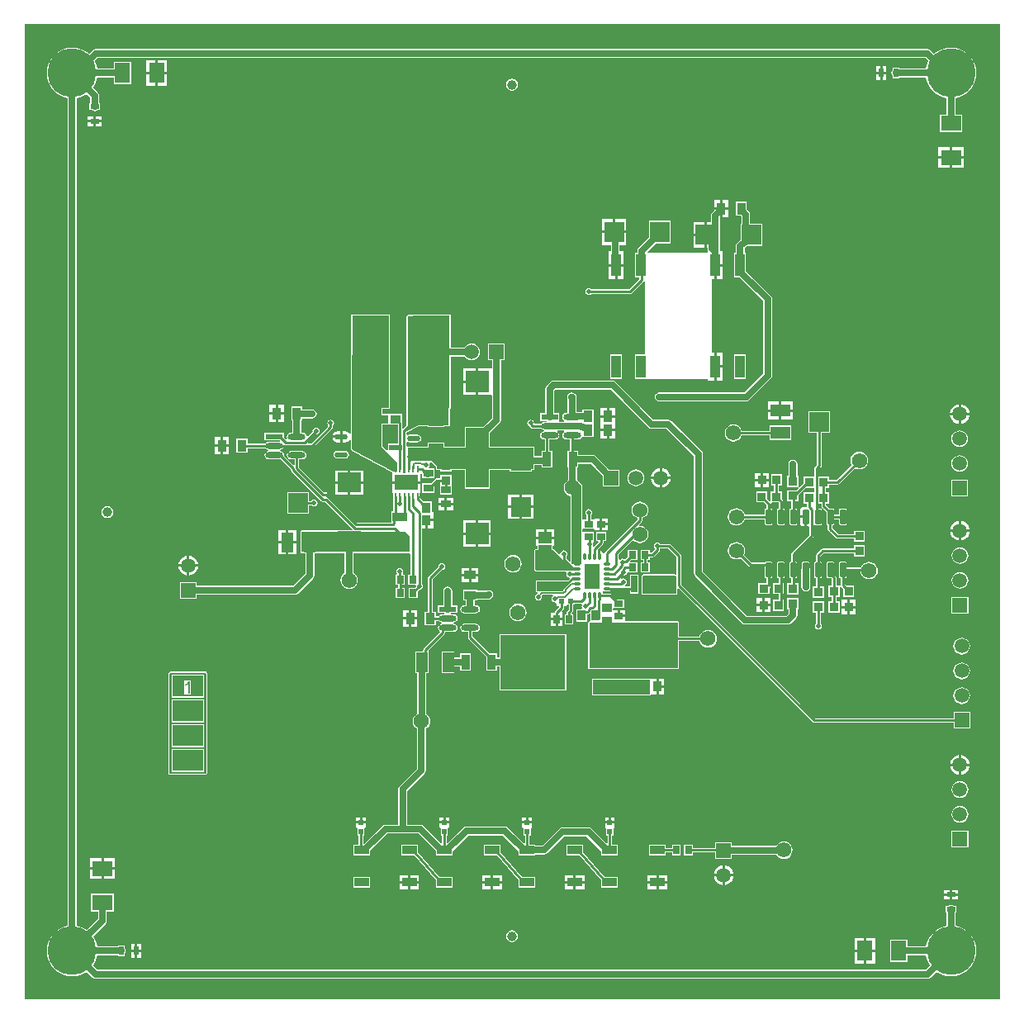
<source format=gtl>
G04*
G04 #@! TF.GenerationSoftware,Altium Limited,Altium Designer,22.2.1 (43)*
G04*
G04 Layer_Physical_Order=1*
G04 Layer_Color=255*
%FSLAX44Y44*%
%MOMM*%
G71*
G04*
G04 #@! TF.SameCoordinates,A9A70369-3CB5-4260-8086-E324CD68B5AB*
G04*
G04*
G04 #@! TF.FilePolarity,Positive*
G04*
G01*
G75*
%ADD13C,0.1500*%
%ADD14C,0.2000*%
%ADD16R,0.9562X1.2062*%
%ADD17R,0.7000X0.8500*%
%ADD18R,0.5500X0.5000*%
%ADD19R,1.8052X0.6121*%
G04:AMPARAMS|DCode=20|XSize=1.8052mm|YSize=0.6121mm|CornerRadius=0.3061mm|HoleSize=0mm|Usage=FLASHONLY|Rotation=0.000|XOffset=0mm|YOffset=0mm|HoleType=Round|Shape=RoundedRectangle|*
%AMROUNDEDRECTD20*
21,1,1.8052,0.0000,0,0,0.0*
21,1,1.1931,0.6121,0,0,0.0*
1,1,0.6121,0.5966,0.0000*
1,1,0.6121,-0.5966,0.0000*
1,1,0.6121,-0.5966,0.0000*
1,1,0.6121,0.5966,0.0000*
%
%ADD20ROUNDEDRECTD20*%
%ADD21O,0.8000X0.3000*%
%ADD22O,0.3000X0.8000*%
%ADD23R,1.6500X2.6500*%
%ADD24R,0.2500X0.7000*%
%ADD25R,2.3800X1.6500*%
%ADD26R,0.8500X0.7000*%
%ADD27R,0.9000X1.0500*%
%ADD28R,1.0500X0.9000*%
%ADD29R,0.8500X0.7500*%
%ADD30R,0.7500X0.8500*%
%ADD31R,0.9000X1.5500*%
%ADD32R,1.0000X0.8000*%
%ADD33R,2.0000X2.0000*%
%ADD34R,1.3000X2.0000*%
%ADD35R,0.9500X0.9500*%
%ADD36R,1.5500X0.9000*%
%ADD37R,0.6500X1.7500*%
%ADD38R,1.7500X0.9500*%
%ADD39R,6.6000X5.6000*%
%ADD40R,2.7000X1.0000*%
%ADD41R,3.7500X9.5000*%
%ADD42R,1.1430X2.0320*%
%ADD43R,1.2200X0.9100*%
G04:AMPARAMS|DCode=44|XSize=1.3587mm|YSize=0.5868mm|CornerRadius=0.2934mm|HoleSize=0mm|Usage=FLASHONLY|Rotation=180.000|XOffset=0mm|YOffset=0mm|HoleType=Round|Shape=RoundedRectangle|*
%AMROUNDEDRECTD44*
21,1,1.3587,0.0000,0,0,180.0*
21,1,0.7719,0.5868,0,0,180.0*
1,1,0.5868,-0.3859,0.0000*
1,1,0.5868,0.3859,0.0000*
1,1,0.5868,0.3859,0.0000*
1,1,0.5868,-0.3859,0.0000*
%
%ADD44ROUNDEDRECTD44*%
%ADD45R,1.3587X0.5868*%
%ADD46R,1.2062X0.9562*%
%ADD47R,1.3562X1.1781*%
%ADD48R,0.9121X1.1311*%
%ADD49R,2.3300X1.9900*%
%ADD50R,2.1300X1.9900*%
%ADD51R,2.3500X2.2000*%
%ADD52R,1.1311X0.9121*%
%ADD53R,1.0000X2.3000*%
%ADD54R,1.5000X0.9000*%
G04:AMPARAMS|DCode=55|XSize=0.6mm|YSize=1.45mm|CornerRadius=0.051mm|HoleSize=0mm|Usage=FLASHONLY|Rotation=180.000|XOffset=0mm|YOffset=0mm|HoleType=Round|Shape=RoundedRectangle|*
%AMROUNDEDRECTD55*
21,1,0.6000,1.3480,0,0,180.0*
21,1,0.4980,1.4500,0,0,180.0*
1,1,0.1020,-0.2490,0.6740*
1,1,0.1020,0.2490,0.6740*
1,1,0.1020,0.2490,-0.6740*
1,1,0.1020,-0.2490,-0.6740*
%
%ADD55ROUNDEDRECTD55*%
%ADD56R,1.6030X2.1062*%
%ADD57R,0.9000X0.5000*%
%ADD58R,0.5000X0.9000*%
%ADD59R,2.1062X1.6030*%
%ADD60R,2.0000X2.0000*%
%ADD61R,2.0000X1.3000*%
%ADD62R,1.9900X2.1300*%
%ADD63R,0.9500X0.9500*%
%ADD64R,0.5000X0.5500*%
%ADD95C,1.5700*%
%ADD98C,1.0000*%
%ADD99C,0.7000*%
%ADD100C,0.2540*%
%ADD101C,1.5000*%
%ADD102R,1.5000X1.5000*%
%ADD103R,1.5000X1.5000*%
%ADD104C,1.5240*%
%ADD105C,5.0000*%
%ADD106C,0.5000*%
G36*
X1000000Y-0D02*
X0Y-0D01*
X-0Y1000000D01*
X1000000Y1000000D01*
X1000000Y-0D01*
D02*
G37*
%LPC*%
G36*
X950000Y976126D02*
X944903Y975624D01*
X940002Y974137D01*
X935485Y971723D01*
X932670Y969413D01*
X928839Y973244D01*
X927350Y974239D01*
X925594Y974588D01*
X73405D01*
X71650Y974239D01*
X70161Y973244D01*
X66330Y969413D01*
X63515Y971723D01*
X58998Y974137D01*
X54097Y975624D01*
X49000Y976126D01*
X43903Y975624D01*
X39002Y974137D01*
X34485Y971723D01*
X30526Y968474D01*
X27277Y964515D01*
X24863Y959998D01*
X23376Y955097D01*
X22874Y950000D01*
X23376Y944903D01*
X24863Y940002D01*
X27277Y935485D01*
X30526Y931526D01*
X34485Y928277D01*
X39002Y925863D01*
X43903Y924376D01*
X44412Y924326D01*
Y75674D01*
X43903Y75624D01*
X39002Y74137D01*
X34485Y71723D01*
X30526Y68474D01*
X27277Y64515D01*
X24863Y59998D01*
X23376Y55097D01*
X22874Y50000D01*
X23376Y44903D01*
X24863Y40002D01*
X27277Y35485D01*
X30526Y31526D01*
X34485Y28277D01*
X39002Y25863D01*
X43903Y24376D01*
X49000Y23874D01*
X54097Y24376D01*
X58998Y25863D01*
X63515Y28277D01*
X63910Y28601D01*
X69756Y22756D01*
X71244Y21761D01*
X73000Y21412D01*
X926000D01*
X927756Y21761D01*
X929244Y22756D01*
X935090Y28601D01*
X935485Y28277D01*
X940002Y25863D01*
X944903Y24376D01*
X950000Y23874D01*
X955097Y24376D01*
X959998Y25863D01*
X964515Y28277D01*
X968474Y31526D01*
X971723Y35485D01*
X974137Y40002D01*
X975624Y44903D01*
X976126Y50000D01*
X975624Y55097D01*
X974137Y59998D01*
X971723Y64515D01*
X968474Y68474D01*
X964515Y71723D01*
X959998Y74137D01*
X955097Y75624D01*
X954588Y75674D01*
Y89000D01*
X955500D01*
Y96000D01*
X952862D01*
X951756Y96739D01*
X950000Y97088D01*
X948244Y96739D01*
X947138Y96000D01*
X944500D01*
Y89000D01*
X945412D01*
Y75674D01*
X944903Y75624D01*
X940002Y74137D01*
X935485Y71723D01*
X931526Y68474D01*
X928277Y64515D01*
X925863Y59998D01*
X924376Y55097D01*
X924326Y54588D01*
X905521D01*
Y61531D01*
X887491D01*
Y38469D01*
X905521D01*
Y45412D01*
X924326D01*
X924376Y44903D01*
X925863Y40002D01*
X928277Y35485D01*
X928601Y35090D01*
X924100Y30588D01*
X74900D01*
X70399Y35090D01*
X70723Y35485D01*
X73137Y40002D01*
X74624Y44903D01*
X74674Y45412D01*
X96000D01*
Y44500D01*
X103000D01*
Y47138D01*
X103739Y48244D01*
X104088Y50000D01*
X103739Y51756D01*
X103000Y52862D01*
Y55500D01*
X96000D01*
Y54588D01*
X74674D01*
X74624Y55097D01*
X73137Y59998D01*
X70723Y64515D01*
X70399Y64910D01*
X83244Y77756D01*
X84239Y79244D01*
X84588Y81000D01*
Y90479D01*
X91531D01*
Y108509D01*
X68469D01*
Y90479D01*
X75412D01*
Y82900D01*
X63910Y71399D01*
X63515Y71723D01*
X58998Y74137D01*
X54097Y75624D01*
X53588Y75674D01*
Y924326D01*
X54097Y924376D01*
X58998Y925863D01*
X63515Y928277D01*
X63910Y928601D01*
X67412Y925099D01*
Y919000D01*
X66500D01*
Y912000D01*
X69138D01*
X70244Y911261D01*
X72000Y910912D01*
X73756Y911261D01*
X74862Y912000D01*
X77500D01*
Y919000D01*
X76588D01*
Y927000D01*
X76239Y928756D01*
X75244Y930244D01*
X70399Y935090D01*
X70723Y935485D01*
X73137Y940002D01*
X74624Y944903D01*
X74674Y945412D01*
X91479D01*
Y938469D01*
X109509D01*
Y961531D01*
X91479D01*
Y954588D01*
X74674D01*
X74624Y955097D01*
X73137Y959998D01*
X72007Y962113D01*
X75306Y965412D01*
X923694D01*
X926993Y962113D01*
X925863Y959998D01*
X924376Y955097D01*
X924326Y954588D01*
X897000D01*
Y955500D01*
X890000D01*
Y952862D01*
X889261Y951756D01*
X888912Y950000D01*
X889261Y948244D01*
X890000Y947138D01*
Y944500D01*
X897000D01*
Y945412D01*
X924326D01*
X924376Y944903D01*
X925863Y940002D01*
X928277Y935485D01*
X931526Y931526D01*
X935485Y928277D01*
X940002Y925863D01*
X944903Y924376D01*
X945412Y924326D01*
Y907521D01*
X938469D01*
Y889491D01*
X961531D01*
Y907521D01*
X954588D01*
Y924326D01*
X955097Y924376D01*
X959998Y925863D01*
X964515Y928277D01*
X968474Y931526D01*
X971723Y935485D01*
X974137Y940002D01*
X975624Y944903D01*
X976126Y950000D01*
X975624Y955097D01*
X974137Y959998D01*
X971723Y964515D01*
X968474Y968474D01*
X964515Y971723D01*
X959998Y974137D01*
X955097Y975624D01*
X950000Y976126D01*
D02*
G37*
G36*
X883540Y957040D02*
X879770D01*
Y951270D01*
X883540D01*
Y957040D01*
D02*
G37*
G36*
X877230D02*
X873460D01*
Y951270D01*
X877230D01*
Y957040D01*
D02*
G37*
G36*
X146061Y963071D02*
X136776D01*
Y951270D01*
X146061D01*
Y963071D01*
D02*
G37*
G36*
X134236D02*
X124951D01*
Y951270D01*
X134236D01*
Y963071D01*
D02*
G37*
G36*
X883540Y948730D02*
X879770D01*
Y942960D01*
X883540D01*
Y948730D01*
D02*
G37*
G36*
X877230D02*
X873460D01*
Y942960D01*
X877230D01*
Y948730D01*
D02*
G37*
G36*
X146061Y948730D02*
X136776D01*
Y936929D01*
X146061D01*
Y948730D01*
D02*
G37*
G36*
X134236D02*
X124951D01*
Y936929D01*
X134236D01*
Y948730D01*
D02*
G37*
G36*
X500000Y944118D02*
X497659Y943652D01*
X495674Y942326D01*
X494348Y940341D01*
X493882Y938000D01*
X494348Y935659D01*
X495674Y933674D01*
X497659Y932348D01*
X500000Y931882D01*
X502341Y932348D01*
X504326Y933674D01*
X505652Y935659D01*
X506118Y938000D01*
X505652Y940341D01*
X504326Y942326D01*
X502341Y943652D01*
X500000Y944118D01*
D02*
G37*
G36*
X79040Y905540D02*
X73270D01*
Y901770D01*
X79040D01*
Y905540D01*
D02*
G37*
G36*
X70730D02*
X64960D01*
Y901770D01*
X70730D01*
Y905540D01*
D02*
G37*
G36*
X79040Y899230D02*
X73270D01*
Y895460D01*
X79040D01*
Y899230D01*
D02*
G37*
G36*
X70730D02*
X64960D01*
Y895460D01*
X70730D01*
Y899230D01*
D02*
G37*
G36*
X963071Y874049D02*
X951270D01*
Y864764D01*
X963071D01*
Y874049D01*
D02*
G37*
G36*
X948730D02*
X936929D01*
Y864764D01*
X948730D01*
Y874049D01*
D02*
G37*
G36*
X963071Y862224D02*
X951270D01*
Y852939D01*
X963071D01*
Y862224D01*
D02*
G37*
G36*
X948730D02*
X936929D01*
Y852939D01*
X948730D01*
Y862224D01*
D02*
G37*
G36*
X721821Y819571D02*
X715770D01*
Y812270D01*
X721821D01*
Y819571D01*
D02*
G37*
G36*
X713230D02*
X707179D01*
Y812270D01*
X713230D01*
Y819571D01*
D02*
G37*
G36*
X721821Y809730D02*
X715770D01*
Y802429D01*
X721821D01*
Y809730D01*
D02*
G37*
G36*
X617030Y800174D02*
X605811D01*
Y788254D01*
X617030D01*
Y800174D01*
D02*
G37*
G36*
X603270D02*
X592051D01*
Y788254D01*
X603270D01*
Y800174D01*
D02*
G37*
G36*
X697130Y797190D02*
X685910D01*
Y785270D01*
X697130D01*
Y797190D01*
D02*
G37*
G36*
Y782730D02*
X685910D01*
Y770810D01*
X697130D01*
Y782730D01*
D02*
G37*
G36*
X713230Y809730D02*
X707179D01*
Y808918D01*
X705306Y807044D01*
X704311Y805556D01*
X703962Y803800D01*
Y797190D01*
X699670D01*
Y784000D01*
Y770810D01*
X700262D01*
Y769614D01*
X700611Y767858D01*
X701010Y767090D01*
X701010Y767090D01*
X701010Y767090D01*
Y765633D01*
X639238D01*
X638751Y766806D01*
X647279Y775334D01*
X662691D01*
Y798634D01*
X640790D01*
Y781822D01*
X629606Y770637D01*
X628611Y769149D01*
X628262Y767393D01*
Y765550D01*
X626350D01*
Y740550D01*
X630686D01*
Y738959D01*
X620041Y728314D01*
X581663D01*
X581523Y728523D01*
X580366Y729297D01*
X579000Y729568D01*
X577634Y729297D01*
X576477Y728523D01*
X575703Y727366D01*
X575431Y726000D01*
X575703Y724634D01*
X576477Y723477D01*
X577634Y722703D01*
X579000Y722431D01*
X580366Y722703D01*
X581523Y723477D01*
X581663Y723686D01*
X621000D01*
X621886Y723862D01*
X622636Y724363D01*
X634636Y736363D01*
X634997Y736903D01*
X635960Y736807D01*
X636267Y736692D01*
Y661450D01*
X626350D01*
Y636450D01*
X637151D01*
X637350Y636368D01*
X701010D01*
Y634910D01*
X707280D01*
Y648950D01*
Y662990D01*
X704632D01*
Y739010D01*
X707280D01*
Y753050D01*
X708550D01*
Y754320D01*
X716090D01*
Y767090D01*
X713138D01*
Y801899D01*
X713230Y801991D01*
Y809730D01*
D02*
G37*
G36*
X617030Y785714D02*
X604540D01*
X592051D01*
Y773794D01*
X601157D01*
Y767090D01*
X599410D01*
Y754320D01*
X606950D01*
X614490D01*
Y767090D01*
X610333D01*
Y773794D01*
X617030D01*
Y785714D01*
D02*
G37*
G36*
X716090Y751780D02*
X709820D01*
Y739010D01*
X716090D01*
Y751780D01*
D02*
G37*
G36*
X614490D02*
X608220D01*
Y739010D01*
X614490D01*
Y751780D01*
D02*
G37*
G36*
X605680D02*
X599410D01*
Y739010D01*
X605680D01*
Y751780D01*
D02*
G37*
G36*
X716090Y662990D02*
X709820D01*
Y650220D01*
X716090D01*
Y662990D01*
D02*
G37*
G36*
X739950Y661450D02*
X727950D01*
Y636450D01*
X739950D01*
Y661450D01*
D02*
G37*
G36*
X612950D02*
X600950D01*
Y636450D01*
X612950D01*
Y661450D01*
D02*
G37*
G36*
X716090Y647680D02*
X709820D01*
Y634910D01*
X716090D01*
Y647680D01*
D02*
G37*
G36*
X462730Y647040D02*
X449710D01*
Y634770D01*
X462730D01*
Y647040D01*
D02*
G37*
G36*
Y632230D02*
X449710D01*
Y619960D01*
X462730D01*
Y632230D01*
D02*
G37*
G36*
X740781Y818031D02*
X729219D01*
Y803969D01*
X734292D01*
X735012Y803250D01*
Y795650D01*
X734650D01*
Y779539D01*
X730706Y775594D01*
X729711Y774106D01*
X729362Y772350D01*
Y765550D01*
X727950D01*
Y740550D01*
X733461D01*
X757412Y716600D01*
Y641900D01*
X738100Y622588D01*
X651000D01*
X649244Y622239D01*
X647756Y621244D01*
X646761Y619756D01*
X646412Y618000D01*
X646761Y616244D01*
X647756Y614756D01*
X649244Y613761D01*
X651000Y613412D01*
X740000D01*
X741756Y613761D01*
X743244Y614756D01*
X765244Y636756D01*
X766239Y638244D01*
X766588Y640000D01*
Y718500D01*
X766239Y720256D01*
X765244Y721744D01*
X739950Y747039D01*
Y765550D01*
X738538D01*
Y770450D01*
X740439Y772350D01*
X756550D01*
Y795650D01*
X744188D01*
Y805150D01*
X743839Y806906D01*
X742844Y808394D01*
X740781Y810458D01*
Y818031D01*
D02*
G37*
G36*
X787540Y613040D02*
X776270D01*
Y605270D01*
X787540D01*
Y613040D01*
D02*
G37*
G36*
X773730D02*
X762460D01*
Y605270D01*
X773730D01*
Y613040D01*
D02*
G37*
G36*
X266071Y609571D02*
X260020D01*
Y602270D01*
X266071D01*
Y609571D01*
D02*
G37*
G36*
X257480D02*
X251429D01*
Y602270D01*
X257480D01*
Y609571D01*
D02*
G37*
G36*
X960270Y610359D02*
Y601670D01*
X968959D01*
X968782Y603021D01*
X967770Y605463D01*
X966161Y607561D01*
X964063Y609170D01*
X961621Y610182D01*
X960270Y610359D01*
D02*
G37*
G36*
X957730D02*
X956379Y610182D01*
X953937Y609170D01*
X951839Y607561D01*
X950230Y605463D01*
X949218Y603021D01*
X949041Y601670D01*
X957730D01*
Y610359D01*
D02*
G37*
G36*
X605571Y606571D02*
X599520D01*
Y599270D01*
X605571D01*
Y606571D01*
D02*
G37*
G36*
X596980D02*
X590929D01*
Y599270D01*
X596980D01*
Y606571D01*
D02*
G37*
G36*
X787540Y602730D02*
X776270D01*
Y594960D01*
X787540D01*
Y602730D01*
D02*
G37*
G36*
X773730D02*
X762460D01*
Y594960D01*
X773730D01*
Y602730D01*
D02*
G37*
G36*
X266071Y599730D02*
X260020D01*
Y592429D01*
X266071D01*
Y599730D01*
D02*
G37*
G36*
X257480D02*
X251429D01*
Y592429D01*
X257480D01*
Y599730D01*
D02*
G37*
G36*
X957730Y599130D02*
X949041D01*
X949218Y597779D01*
X950230Y595337D01*
X951839Y593239D01*
X953937Y591630D01*
X956379Y590618D01*
X957730Y590441D01*
Y599130D01*
D02*
G37*
G36*
X968959D02*
X960270D01*
Y590441D01*
X961621Y590618D01*
X964063Y591630D01*
X966161Y593239D01*
X967770Y595337D01*
X968782Y597779D01*
X968959Y599130D01*
D02*
G37*
G36*
X605571Y596730D02*
X590929D01*
Y589429D01*
Y585270D01*
X605571D01*
Y589429D01*
Y596730D01*
D02*
G37*
G36*
X437000Y702500D02*
X397500D01*
Y702082D01*
X393000D01*
X392235Y701765D01*
X391918Y701000D01*
Y589243D01*
X388584Y584736D01*
X387314Y585155D01*
Y590221D01*
X387138Y591107D01*
X387105Y591157D01*
Y591709D01*
X387061Y591933D01*
Y600561D01*
X367082D01*
Y605500D01*
X374500D01*
Y702500D01*
X335000D01*
Y661199D01*
X334918Y661000D01*
Y580072D01*
X333648Y579687D01*
X332806Y580947D01*
X330995Y582156D01*
X328859Y582581D01*
X326270D01*
Y577000D01*
Y571418D01*
X328859D01*
X330995Y571843D01*
X332806Y573053D01*
X333648Y574313D01*
X334918Y573927D01*
Y564100D01*
X334978Y563955D01*
X334961Y563798D01*
X335131Y563586D01*
X335235Y563335D01*
X335380Y563274D01*
X335478Y563152D01*
X337478Y562052D01*
X377310Y540144D01*
Y531270D01*
X391750D01*
X406190D01*
Y538692D01*
X406632Y539038D01*
X407460Y539260D01*
X408000Y538724D01*
Y534500D01*
X418732D01*
X419171Y534500D01*
X420114Y534296D01*
X420780Y533553D01*
X416727Y529500D01*
X408000D01*
Y519500D01*
X420000D01*
Y526227D01*
X423959Y530185D01*
X426250D01*
Y528000D01*
X426000D01*
Y518000D01*
X438000D01*
Y528000D01*
X437750D01*
Y538250D01*
X426250D01*
Y534814D01*
X423000D01*
X422114Y534638D01*
X421363Y534137D01*
X421063Y534168D01*
X420148Y534436D01*
X420000Y534569D01*
X420000Y535741D01*
Y544500D01*
X415282D01*
X415081Y544758D01*
X414719Y545770D01*
X415297Y546634D01*
X415569Y548000D01*
X415297Y549366D01*
X415108Y549647D01*
X415787Y550918D01*
X417552D01*
X421918Y546552D01*
Y544000D01*
X422235Y543234D01*
X423000Y542918D01*
X426250D01*
Y541750D01*
X437750D01*
Y542918D01*
X451250D01*
Y524000D01*
X476750D01*
Y542918D01*
X497350D01*
Y541650D01*
X520650D01*
Y542918D01*
X522000D01*
X522765Y543234D01*
X523082Y544000D01*
Y548012D01*
X530250D01*
Y545250D01*
X541250D01*
Y562750D01*
X538064D01*
Y574360D01*
X544461D01*
X546045Y574675D01*
X547388Y575572D01*
X548286Y576916D01*
X548601Y578500D01*
X548286Y580084D01*
X547388Y581427D01*
X546319Y582142D01*
X546596Y583412D01*
X553404D01*
X553681Y582142D01*
X552612Y581427D01*
X551714Y580084D01*
X551399Y578500D01*
X551714Y576916D01*
X552612Y575572D01*
X553955Y574675D01*
X555539Y574360D01*
X559190D01*
Y562750D01*
X556750D01*
Y545250D01*
X557412D01*
Y532635D01*
X555688Y531312D01*
X554269Y529463D01*
X553378Y527310D01*
X553074Y525000D01*
X553378Y522690D01*
X554269Y520537D01*
X555688Y518688D01*
X557537Y517270D01*
X559690Y516378D01*
X560137Y516319D01*
Y449441D01*
X558867Y448915D01*
X555785Y451997D01*
Y454868D01*
X556297Y455634D01*
X556568Y457000D01*
X556297Y458366D01*
X555523Y459523D01*
X554366Y460297D01*
X553000Y460569D01*
X551634Y460297D01*
X550477Y459523D01*
X549703Y458366D01*
X549431Y457000D01*
X549457Y456869D01*
X548287Y456244D01*
X542765Y461765D01*
X542000Y462082D01*
X541781D01*
Y465210D01*
X543321D01*
Y472370D01*
X534000D01*
X524679D01*
Y465210D01*
X526219D01*
Y462082D01*
X524000D01*
X523235Y461765D01*
X522918Y461000D01*
Y441000D01*
X522918Y441000D01*
X523234Y440234D01*
X523235Y440234D01*
X524235Y439235D01*
X525000Y438918D01*
X554995D01*
X555660Y437648D01*
X555431Y436500D01*
X555703Y435134D01*
X556477Y433977D01*
X557634Y433203D01*
X558488Y433033D01*
X558982Y431731D01*
X557083Y429832D01*
X553500D01*
Y430000D01*
X524500D01*
Y418000D01*
X525801D01*
X526000Y417918D01*
X526463D01*
X527065Y416648D01*
X527000Y416568D01*
X525634Y416297D01*
X524477Y415523D01*
X523703Y414366D01*
X523431Y413000D01*
X523703Y411634D01*
X524477Y410477D01*
X525634Y409703D01*
X527000Y409431D01*
X528366Y409703D01*
X529523Y410477D01*
X530297Y411634D01*
X530569Y413000D01*
X530408Y413806D01*
X531552Y414949D01*
X541476D01*
X541861Y413680D01*
X541477Y413423D01*
X540703Y412265D01*
X540431Y410899D01*
X540703Y409534D01*
X541477Y408376D01*
X542634Y407603D01*
X544000Y407331D01*
X544250Y407381D01*
X545520Y406338D01*
Y403452D01*
X548010D01*
X548347Y402182D01*
X544374Y398209D01*
X543872Y397458D01*
X543739Y396790D01*
X539710D01*
Y391270D01*
X545750D01*
X551790D01*
Y396790D01*
X551161D01*
X550675Y397963D01*
X552536Y399825D01*
X553038Y400576D01*
X553214Y401462D01*
Y403452D01*
X556100D01*
Y403913D01*
X556561Y404992D01*
X557996D01*
Y399948D01*
X556613Y398565D01*
X556112Y397815D01*
X555936Y396929D01*
Y395250D01*
X553750D01*
Y384750D01*
X562750D01*
Y395250D01*
X561640D01*
X561114Y396520D01*
X561947Y397353D01*
X562449Y398104D01*
X562625Y398989D01*
Y404992D01*
X564060D01*
Y406190D01*
X571380D01*
X571419Y406198D01*
X572182Y405055D01*
X571713Y404352D01*
X571441Y402987D01*
X571713Y401621D01*
X571914Y401320D01*
X571236Y400050D01*
X565750D01*
Y387550D01*
X576750D01*
Y395302D01*
X577492D01*
X578378Y395478D01*
X578980Y395880D01*
X580046Y395600D01*
X580250Y395515D01*
Y387818D01*
X579248Y387817D01*
X578873Y387661D01*
X578485Y387500D01*
X578484Y387499D01*
X578484Y387499D01*
X578327Y387120D01*
X578168Y386735D01*
X578167Y339791D01*
X578484Y339025D01*
X579250Y338708D01*
X669750Y338708D01*
X670515Y339025D01*
X670832Y339791D01*
Y367685D01*
X692380D01*
X693270Y365537D01*
X694688Y363688D01*
X696537Y362270D01*
X698690Y361378D01*
X701000Y361073D01*
X703310Y361378D01*
X705463Y362270D01*
X707312Y363688D01*
X708730Y365537D01*
X709622Y367690D01*
X709926Y370000D01*
X709622Y372310D01*
X708730Y374463D01*
X707312Y376312D01*
X705463Y377730D01*
X703310Y378622D01*
X701000Y378926D01*
X698690Y378622D01*
X696537Y377730D01*
X694688Y376312D01*
X693270Y374463D01*
X692380Y372314D01*
X670832D01*
Y386865D01*
X670832Y386866D01*
X670832Y386867D01*
X670673Y387250D01*
X670515Y387631D01*
X670515Y387631D01*
X670514Y387632D01*
X670132Y387789D01*
X669750Y387948D01*
X669749Y387947D01*
X669748Y387948D01*
X617189Y387872D01*
X616290Y388769D01*
Y392280D01*
X609500D01*
Y393550D01*
X608230D01*
Y399590D01*
X603250D01*
Y400898D01*
X604250Y401550D01*
X614750D01*
Y410550D01*
X607523D01*
X602437Y415636D01*
X601686Y416138D01*
X600800Y416314D01*
X593069D01*
X592713Y416966D01*
X592790Y418210D01*
X592790D01*
Y418225D01*
X594060Y419039D01*
X594500Y418951D01*
X599500D01*
X600475Y419145D01*
X600536Y419185D01*
X621350D01*
Y416250D01*
X629850D01*
Y435750D01*
X621350D01*
Y423814D01*
X615774D01*
X615625Y424228D01*
X615562Y425084D01*
X616523Y425727D01*
X617297Y426884D01*
X617569Y428250D01*
X617297Y429616D01*
X616523Y430773D01*
X615366Y431547D01*
X614000Y431819D01*
X612634Y431547D01*
X612624Y431540D01*
X611814Y432526D01*
X613766Y434478D01*
X614000Y434431D01*
X615366Y434703D01*
X616523Y435477D01*
X617297Y436634D01*
X617417Y437238D01*
X617506Y437687D01*
X618750Y437750D01*
Y437750D01*
X619704Y437750D01*
X628250D01*
Y448250D01*
X621183D01*
X620696Y449423D01*
X622023Y450750D01*
X628250D01*
Y461250D01*
X618750D01*
Y454023D01*
X616157Y451431D01*
X615131D01*
X614366Y451942D01*
X613000Y452214D01*
X611634Y451942D01*
X610584Y451241D01*
X610059Y451365D01*
X609314Y451716D01*
Y457041D01*
X623257Y470984D01*
X624525Y470901D01*
X624688Y470688D01*
X626537Y469269D01*
X628690Y468378D01*
X631000Y468074D01*
X633310Y468378D01*
X635463Y469269D01*
X637312Y470688D01*
X638730Y472537D01*
X639622Y474690D01*
X639926Y477000D01*
X639622Y479310D01*
X638730Y481463D01*
X637312Y483312D01*
X635463Y484730D01*
X633310Y485622D01*
X631000Y485926D01*
X630636Y485878D01*
X630043Y487081D01*
X632636Y489675D01*
X633138Y490426D01*
X633314Y491312D01*
Y493628D01*
X635347Y494470D01*
X637148Y495852D01*
X638530Y497653D01*
X639398Y499750D01*
X639694Y502000D01*
X639398Y504250D01*
X638530Y506347D01*
X637148Y508148D01*
X635347Y509529D01*
X633250Y510398D01*
X631000Y510694D01*
X628750Y510398D01*
X626653Y509529D01*
X624852Y508148D01*
X623470Y506347D01*
X622602Y504250D01*
X622306Y502000D01*
X622602Y499750D01*
X623470Y497653D01*
X624852Y495852D01*
X626653Y494470D01*
X628685Y493628D01*
Y492270D01*
X595363Y458948D01*
X594862Y458198D01*
X594686Y457312D01*
X593444Y457380D01*
X593306Y458076D01*
X592413Y459413D01*
X591076Y460305D01*
X590770Y460366D01*
Y454000D01*
X588230D01*
Y460898D01*
X587861Y461588D01*
X592887Y466613D01*
X593388Y467364D01*
X593564Y468250D01*
Y470250D01*
X596500D01*
Y479250D01*
X586000D01*
Y470250D01*
X588383D01*
X588707Y468980D01*
X583970Y464243D01*
X583161Y464280D01*
X582568Y464637D01*
X582574Y464846D01*
X582964Y465430D01*
X583235Y466795D01*
X582964Y468161D01*
X582751Y468480D01*
X583429Y469750D01*
X583500D01*
Y479250D01*
X573000D01*
X572082Y480101D01*
Y481899D01*
X573000Y482750D01*
X573352Y482750D01*
X583190D01*
X583500Y482750D01*
X584460Y482001D01*
Y481210D01*
X589980D01*
Y487250D01*
Y493290D01*
X584460D01*
Y492998D01*
X583500Y492250D01*
X583190Y492250D01*
X580784D01*
Y496663D01*
X580992Y496802D01*
X581766Y497960D01*
X582038Y499326D01*
X581766Y500691D01*
X580992Y501849D01*
X579835Y502623D01*
X578469Y502894D01*
X577103Y502623D01*
X575946Y501849D01*
X575172Y500691D01*
X574901Y499326D01*
X575172Y497960D01*
X575946Y496802D01*
X576155Y496663D01*
Y492250D01*
X573352D01*
X573000Y492250D01*
X572082Y493101D01*
Y527000D01*
X571765Y527765D01*
X571765Y527765D01*
X568619Y530912D01*
X568312Y531312D01*
X567912Y531619D01*
X567765Y531765D01*
X567669Y531805D01*
X566588Y532635D01*
Y545250D01*
X567750D01*
Y549412D01*
X580700D01*
X593100Y537011D01*
Y526500D01*
X610100D01*
Y543500D01*
X599589D01*
X585844Y557244D01*
X584356Y558239D01*
X582600Y558588D01*
X567750D01*
Y562750D01*
X563819D01*
Y574360D01*
X567470D01*
X569055Y574675D01*
X570398Y575572D01*
X570869Y576278D01*
X571924Y576943D01*
X572502Y576969D01*
X573151Y576969D01*
X583531D01*
Y590969D01*
Y605031D01*
X571969D01*
Y602338D01*
X566093D01*
Y617495D01*
X565744Y619251D01*
X564749Y620739D01*
X564244Y621244D01*
X562756Y622239D01*
X561000Y622588D01*
X559244Y622239D01*
X557756Y621244D01*
X556761Y619756D01*
X556412Y618000D01*
X556761Y616244D01*
X556917Y616011D01*
Y601640D01*
X555539D01*
X553955Y601325D01*
X552612Y600428D01*
X551714Y599084D01*
X551399Y597500D01*
X551714Y595915D01*
X552612Y594572D01*
X553681Y593858D01*
X553404Y592588D01*
X549439D01*
X548521Y593439D01*
X548521Y593858D01*
Y601561D01*
X543083D01*
Y623999D01*
X544496Y625412D01*
X601099D01*
X639756Y586756D01*
X641244Y585761D01*
X643000Y585412D01*
X658100D01*
X686412Y557099D01*
Y437000D01*
X686761Y435244D01*
X687756Y433756D01*
X735756Y385756D01*
X737244Y384761D01*
X739000Y384412D01*
X783000D01*
X784756Y384761D01*
X786244Y385756D01*
X791244Y390756D01*
X792239Y392244D01*
X792588Y394000D01*
Y400250D01*
X793750D01*
Y411750D01*
X782250D01*
Y400250D01*
X783412D01*
Y395900D01*
X781099Y393588D01*
X740900D01*
X695588Y438900D01*
Y559000D01*
X695239Y560756D01*
X694244Y562244D01*
X663244Y593244D01*
X661756Y594239D01*
X660000Y594588D01*
X644900D01*
X606244Y633244D01*
X604756Y634239D01*
X603000Y634588D01*
X542596D01*
X540840Y634239D01*
X539351Y633244D01*
X535251Y629144D01*
X534256Y627655D01*
X533907Y625900D01*
Y601561D01*
X528469D01*
Y593439D01*
X535240D01*
X535271Y593410D01*
X534763Y592140D01*
X532530D01*
X530945Y591825D01*
X529602Y590928D01*
X529192Y590314D01*
X523131D01*
X522569Y591000D01*
X522297Y592366D01*
X521523Y593523D01*
X520366Y594297D01*
X519000Y594568D01*
X517634Y594297D01*
X516477Y593523D01*
X515703Y592366D01*
X515431Y591000D01*
X515703Y589634D01*
X516477Y588477D01*
X517634Y587703D01*
X518442Y587542D01*
X518527Y587114D01*
X519029Y586363D01*
X519780Y585862D01*
X520666Y585685D01*
X529192D01*
X529602Y585072D01*
X530945Y584175D01*
X532530Y583860D01*
Y582640D01*
X530945Y582325D01*
X529602Y581427D01*
X528705Y580084D01*
X528389Y578500D01*
X528705Y576916D01*
X529602Y575572D01*
X530945Y574675D01*
X532530Y574360D01*
X533436D01*
Y562750D01*
X530250D01*
Y557188D01*
X523082D01*
Y566000D01*
X522765Y566765D01*
X522000Y567082D01*
X476750D01*
Y580511D01*
X487244Y591006D01*
X488239Y592494D01*
X488588Y594250D01*
Y655500D01*
X492500D01*
Y672500D01*
X475500D01*
Y655500D01*
X479412D01*
Y647398D01*
X478290Y647040D01*
X478142Y647040D01*
X465270D01*
Y633500D01*
Y619960D01*
X478142D01*
X478290Y619960D01*
X479412Y619602D01*
Y596150D01*
X470261Y587000D01*
X451250D01*
Y567082D01*
X430750D01*
Y571250D01*
X413250D01*
Y567082D01*
X393000D01*
X391894Y567999D01*
Y571211D01*
X393163Y571889D01*
X393606Y571594D01*
X395141Y571289D01*
X402859D01*
X404394Y571594D01*
X405696Y572463D01*
X406565Y573765D01*
X406871Y575300D01*
X406565Y576835D01*
X405696Y578136D01*
X404394Y579006D01*
X402859Y579311D01*
X395141D01*
X393606Y579006D01*
X393163Y578711D01*
X391894Y579389D01*
Y581003D01*
X404300Y587804D01*
X413250D01*
Y586750D01*
X430750D01*
Y587804D01*
X435000D01*
X435765Y588121D01*
X436082Y588886D01*
Y605500D01*
X437000D01*
Y659412D01*
X451407D01*
X452538Y657938D01*
X454313Y656575D01*
X456381Y655719D01*
X458600Y655427D01*
X460819Y655719D01*
X462887Y656575D01*
X464662Y657938D01*
X466025Y659713D01*
X466881Y661781D01*
X467173Y664000D01*
X466881Y666219D01*
X466025Y668287D01*
X464662Y670062D01*
X462887Y671425D01*
X460819Y672281D01*
X458600Y672573D01*
X456381Y672281D01*
X454313Y671425D01*
X452538Y670062D01*
X451407Y668588D01*
X437000D01*
Y702500D01*
D02*
G37*
G36*
X323730Y582581D02*
X321141D01*
X319005Y582156D01*
X317194Y580947D01*
X315984Y579136D01*
X315812Y578270D01*
X323730D01*
Y582581D01*
D02*
G37*
G36*
X605571Y582730D02*
X599520D01*
Y575429D01*
X605571D01*
Y582730D01*
D02*
G37*
G36*
X596980D02*
X590929D01*
Y575429D01*
X596980D01*
Y582730D01*
D02*
G37*
G36*
X285031Y608031D02*
X273469D01*
Y593969D01*
X274662D01*
Y581370D01*
X273263D01*
X271678Y581055D01*
X270335Y580157D01*
X269438Y578814D01*
X269123Y577230D01*
X269364Y576017D01*
X268832Y574907D01*
X268596Y574619D01*
X268136Y574551D01*
X266245Y576442D01*
Y581290D01*
X246192D01*
Y573169D01*
X261840D01*
X261857Y573140D01*
X261138Y571870D01*
X250253D01*
X248669Y571555D01*
X247326Y570657D01*
X246916Y570044D01*
X228723D01*
Y575035D01*
X217161D01*
Y560973D01*
X228723D01*
Y565415D01*
X246916D01*
X247326Y564802D01*
X248669Y563905D01*
X250253Y563589D01*
Y562370D01*
X248669Y562055D01*
X247326Y561157D01*
X246428Y559814D01*
X246113Y558230D01*
X246428Y556645D01*
X247326Y555302D01*
X248669Y554405D01*
X250253Y554089D01*
X262184D01*
X262907Y554233D01*
X273374Y543767D01*
Y543305D01*
X273550Y542420D01*
X274052Y541669D01*
X304704Y511016D01*
X305455Y510514D01*
X306341Y510338D01*
X308389D01*
X336374Y482352D01*
X335848Y481082D01*
X284000D01*
X283235Y480765D01*
X282918Y480000D01*
Y459000D01*
X283235Y458234D01*
X284000Y457918D01*
X288312D01*
Y436800D01*
X275700Y424188D01*
X176500D01*
Y428100D01*
X159500D01*
Y411100D01*
X176500D01*
Y415012D01*
X277600D01*
X279356Y415361D01*
X280844Y416356D01*
X296144Y431656D01*
X297139Y433144D01*
X297488Y434900D01*
Y457918D01*
X328412D01*
Y437635D01*
X326688Y436312D01*
X325270Y434463D01*
X324378Y432310D01*
X324074Y430000D01*
X324378Y427690D01*
X325270Y425537D01*
X326688Y423688D01*
X328537Y422270D01*
X330690Y421378D01*
X333000Y421074D01*
X335310Y421378D01*
X337463Y422270D01*
X339312Y423688D01*
X340730Y425537D01*
X341622Y427690D01*
X341926Y430000D01*
X341622Y432310D01*
X340730Y434463D01*
X339312Y436312D01*
X337588Y437635D01*
Y457918D01*
X395000D01*
X396040Y456974D01*
Y435681D01*
X393604D01*
Y425181D01*
X400665D01*
X401471Y424199D01*
X401431Y424000D01*
X401480Y423754D01*
X399977Y422250D01*
X393750D01*
Y411750D01*
X403250D01*
Y418977D01*
X404754Y420480D01*
X405000Y420431D01*
X406366Y420703D01*
X407523Y421477D01*
X408297Y422634D01*
X408569Y424000D01*
X408297Y425366D01*
X407523Y426523D01*
X407314Y426663D01*
Y483399D01*
X410730D01*
Y491595D01*
X412000D01*
Y492865D01*
X419101D01*
Y499790D01*
X417561D01*
Y511061D01*
X409002D01*
X405314Y514749D01*
Y516000D01*
X405250Y516324D01*
Y519210D01*
X406190D01*
Y528730D01*
X391750D01*
X377310D01*
Y519210D01*
X378250D01*
Y516324D01*
X378186Y516000D01*
Y511002D01*
X378092Y510861D01*
X377915Y509976D01*
Y506024D01*
X378092Y505138D01*
X378186Y504998D01*
Y500750D01*
X376250D01*
Y489750D01*
X375160Y489314D01*
X340965D01*
X310643Y519636D01*
X309892Y520138D01*
X309006Y520314D01*
X306959D01*
X281543Y545730D01*
Y554089D01*
X285194D01*
X286778Y554405D01*
X288121Y555302D01*
X289019Y556645D01*
X289334Y558230D01*
X289019Y559814D01*
X288121Y561157D01*
X286778Y562055D01*
X285194Y562370D01*
X273263D01*
X271678Y562055D01*
X270335Y561157D01*
X269438Y559814D01*
X269123Y558230D01*
X269438Y556645D01*
X270335Y555302D01*
X271678Y554405D01*
X273263Y554089D01*
X276914D01*
Y548433D01*
X275741Y547947D01*
X266180Y557506D01*
X266324Y558230D01*
X266009Y559814D01*
X265112Y561157D01*
X263769Y562055D01*
X262184Y562370D01*
Y563589D01*
X263769Y563905D01*
X265112Y564802D01*
X265612Y565550D01*
X294865D01*
X295751Y565727D01*
X296501Y566228D01*
X315637Y585363D01*
X316138Y586114D01*
X316314Y587000D01*
Y588337D01*
X316523Y588477D01*
X317297Y589634D01*
X317568Y591000D01*
X317297Y592366D01*
X316523Y593523D01*
X315366Y594297D01*
X314000Y594568D01*
X312634Y594297D01*
X311477Y593523D01*
X310703Y592366D01*
X310431Y591000D01*
X310703Y589634D01*
X311477Y588477D01*
X311003Y587276D01*
X293906Y570179D01*
X291112D01*
X290626Y571353D01*
X298754Y579480D01*
X299000Y579431D01*
X300366Y579703D01*
X301523Y580477D01*
X302297Y581634D01*
X302568Y583000D01*
X302297Y584366D01*
X301523Y585523D01*
X300366Y586297D01*
X299000Y586568D01*
X297634Y586297D01*
X296477Y585523D01*
X295703Y584366D01*
X295431Y583000D01*
X295480Y582753D01*
X290517Y577790D01*
X289139Y578209D01*
X289019Y578814D01*
X288121Y580157D01*
X286778Y581055D01*
X285194Y581370D01*
X283838D01*
Y593969D01*
X285031D01*
Y595785D01*
X295170D01*
X296926Y596135D01*
X298415Y597129D01*
X299409Y598618D01*
X299758Y600373D01*
X299409Y602129D01*
X298415Y603618D01*
X296926Y604612D01*
X295170Y604962D01*
X285031D01*
Y608031D01*
D02*
G37*
G36*
X727000Y589926D02*
X724690Y589622D01*
X722537Y588730D01*
X720688Y587312D01*
X719269Y585463D01*
X718378Y583310D01*
X718074Y581000D01*
X718378Y578690D01*
X719269Y576537D01*
X720688Y574688D01*
X722537Y573270D01*
X724690Y572378D01*
X727000Y572074D01*
X729310Y572378D01*
X731463Y573270D01*
X733312Y574688D01*
X734730Y576537D01*
X735620Y578685D01*
X764000D01*
Y573500D01*
X786000D01*
Y588500D01*
X764000D01*
Y583314D01*
X735620D01*
X734730Y585463D01*
X733312Y587312D01*
X731463Y588730D01*
X729310Y589622D01*
X727000Y589926D01*
D02*
G37*
G36*
X323730Y575730D02*
X315812D01*
X315984Y574864D01*
X317194Y573053D01*
X319005Y571843D01*
X321141Y571418D01*
X323730D01*
Y575730D01*
D02*
G37*
G36*
X209763Y576575D02*
X203712D01*
Y569274D01*
X209763D01*
Y576575D01*
D02*
G37*
G36*
X201172D02*
X195121D01*
Y569274D01*
X201172D01*
Y576575D01*
D02*
G37*
G36*
X959000Y583573D02*
X956781Y583281D01*
X954713Y582425D01*
X952938Y581062D01*
X951575Y579287D01*
X950719Y577219D01*
X950427Y575000D01*
X950719Y572781D01*
X951575Y570713D01*
X952938Y568938D01*
X954713Y567575D01*
X956781Y566719D01*
X959000Y566427D01*
X961219Y566719D01*
X963287Y567575D01*
X965062Y568938D01*
X966425Y570713D01*
X967281Y572781D01*
X967573Y575000D01*
X967281Y577219D01*
X966425Y579287D01*
X965062Y581062D01*
X963287Y582425D01*
X961219Y583281D01*
X959000Y583573D01*
D02*
G37*
G36*
X209763Y566734D02*
X203712D01*
Y559433D01*
X209763D01*
Y566734D01*
D02*
G37*
G36*
X201172D02*
X195121D01*
Y559433D01*
X201172D01*
Y566734D01*
D02*
G37*
G36*
X328859Y562711D02*
X321141D01*
X319606Y562406D01*
X318304Y561536D01*
X317435Y560235D01*
X317129Y558700D01*
X317435Y557165D01*
X318304Y555863D01*
X319606Y554994D01*
X321141Y554689D01*
X328859D01*
X330394Y554994D01*
X331696Y555863D01*
X332565Y557165D01*
X332871Y558700D01*
X332565Y560235D01*
X331696Y561536D01*
X330394Y562406D01*
X328859Y562711D01*
D02*
G37*
G36*
X959000Y558173D02*
X956781Y557881D01*
X954713Y557025D01*
X952938Y555662D01*
X951575Y553887D01*
X950719Y551819D01*
X950427Y549600D01*
X950719Y547381D01*
X951575Y545313D01*
X952938Y543538D01*
X954713Y542175D01*
X956781Y541319D01*
X959000Y541027D01*
X961219Y541319D01*
X963287Y542175D01*
X965062Y543538D01*
X966425Y545313D01*
X967281Y547381D01*
X967573Y549600D01*
X967281Y551819D01*
X966425Y553887D01*
X965062Y555662D01*
X963287Y557025D01*
X961219Y557881D01*
X959000Y558173D01*
D02*
G37*
G36*
X653670Y544959D02*
Y536270D01*
X662359D01*
X662181Y537621D01*
X661170Y540063D01*
X659561Y542161D01*
X657463Y543770D01*
X655021Y544781D01*
X653670Y544959D01*
D02*
G37*
G36*
X651130D02*
X649779Y544781D01*
X647337Y543770D01*
X645239Y542161D01*
X643630Y540063D01*
X642618Y537621D01*
X642440Y536270D01*
X651130D01*
Y544959D01*
D02*
G37*
G36*
X763546Y540098D02*
X757526D01*
Y534078D01*
X763546D01*
Y540098D01*
D02*
G37*
G36*
X754986D02*
X748966D01*
Y534078D01*
X754986D01*
Y540098D01*
D02*
G37*
G36*
X347190Y542590D02*
X334270D01*
Y531370D01*
X347190D01*
Y542590D01*
D02*
G37*
G36*
X331730D02*
X318810D01*
Y531370D01*
X331730D01*
Y542590D01*
D02*
G37*
G36*
X627000Y543573D02*
X624781Y543281D01*
X622713Y542425D01*
X620938Y541062D01*
X619575Y539287D01*
X618719Y537219D01*
X618427Y535000D01*
X618719Y532781D01*
X619575Y530713D01*
X620938Y528938D01*
X622713Y527575D01*
X624781Y526719D01*
X627000Y526427D01*
X629219Y526719D01*
X631287Y527575D01*
X633062Y528938D01*
X634425Y530713D01*
X635281Y532781D01*
X635573Y535000D01*
X635281Y537219D01*
X634425Y539287D01*
X633062Y541062D01*
X631287Y542425D01*
X629219Y543281D01*
X627000Y543573D01*
D02*
G37*
G36*
X763546Y531538D02*
X757526D01*
Y525518D01*
X763546D01*
Y531538D01*
D02*
G37*
G36*
X754986D02*
X748966D01*
Y525518D01*
X754986D01*
Y531538D01*
D02*
G37*
G36*
X826000Y603500D02*
X804000D01*
Y581500D01*
X812685D01*
Y548508D01*
X810363Y546186D01*
X809862Y545435D01*
X809686Y544550D01*
Y536250D01*
X798750D01*
Y529273D01*
X794874Y525397D01*
X793750Y526069D01*
X793750Y526888D01*
Y537250D01*
X792588D01*
Y549000D01*
X792239Y550756D01*
X791244Y552244D01*
X789756Y553239D01*
X788000Y553588D01*
X786244Y553239D01*
X784756Y552244D01*
X783761Y550756D01*
X783412Y549000D01*
Y537250D01*
X782250D01*
Y525750D01*
X792525D01*
X793431Y525750D01*
X794103Y524626D01*
X791727Y522250D01*
X782250D01*
Y510750D01*
X785985D01*
Y503374D01*
X785810D01*
X784654Y502896D01*
X784176Y501740D01*
Y488260D01*
X784654Y487104D01*
X785810Y486626D01*
X790790D01*
X791946Y487104D01*
X792424Y488260D01*
Y501740D01*
X791946Y502896D01*
X790790Y503374D01*
X790614D01*
Y510750D01*
X793750D01*
Y517727D01*
X800773Y524750D01*
X809686D01*
Y520250D01*
X798750D01*
Y508750D01*
X802186D01*
Y504850D01*
X798510D01*
X797320Y504613D01*
X796311Y503939D01*
X795637Y502930D01*
X795400Y501740D01*
Y496270D01*
X801000D01*
Y495000D01*
X802270D01*
Y485150D01*
X803490D01*
X804686Y484093D01*
Y476459D01*
X786663Y458437D01*
X786162Y457686D01*
X785985Y456800D01*
Y448874D01*
X785810D01*
X784654Y448396D01*
X784176Y447240D01*
Y433760D01*
X784654Y432604D01*
X785810Y432126D01*
X785985D01*
Y426750D01*
X782250D01*
Y415250D01*
X793750D01*
Y426750D01*
X790614D01*
Y432126D01*
X790790D01*
X791946Y432604D01*
X792424Y433760D01*
Y447240D01*
X791946Y448396D01*
X790790Y448874D01*
X790614D01*
Y455841D01*
X808637Y473863D01*
X809138Y474614D01*
X809314Y475500D01*
Y486185D01*
X810584Y486885D01*
X811210Y486626D01*
X816190D01*
X817346Y487104D01*
X817824Y488260D01*
Y501740D01*
X817346Y502896D01*
X816190Y503374D01*
X814314D01*
Y508750D01*
X817186D01*
Y506150D01*
X817362Y505264D01*
X817863Y504513D01*
X822276Y500101D01*
Y488260D01*
X822754Y487104D01*
X823686Y486718D01*
Y482500D01*
X823862Y481614D01*
X824363Y480863D01*
X831863Y473363D01*
X832614Y472862D01*
X833500Y472685D01*
X850250D01*
Y469250D01*
X861750D01*
Y480750D01*
X850250D01*
Y477314D01*
X834459D01*
X828314Y483459D01*
Y486626D01*
X828890D01*
X830046Y487104D01*
X830524Y488260D01*
Y492686D01*
X834976D01*
Y488260D01*
X835454Y487104D01*
X836610Y486626D01*
X841590D01*
X842746Y487104D01*
X843224Y488260D01*
Y501740D01*
X842746Y502896D01*
X841590Y503374D01*
X836610D01*
X835454Y502896D01*
X834976Y501740D01*
Y497314D01*
X830524D01*
Y501740D01*
X830046Y502896D01*
X828890Y503374D01*
X825549D01*
X821814Y507109D01*
Y508750D01*
X825250D01*
Y520250D01*
X821814D01*
Y524750D01*
X825250D01*
Y528186D01*
X833700D01*
X834586Y528362D01*
X835337Y528863D01*
X851541Y545067D01*
X853690Y544177D01*
X856000Y543873D01*
X858310Y544177D01*
X860463Y545069D01*
X862312Y546488D01*
X863730Y548336D01*
X864622Y550489D01*
X864926Y552800D01*
X864622Y555110D01*
X863730Y557263D01*
X862312Y559112D01*
X860463Y560530D01*
X858310Y561422D01*
X856000Y561726D01*
X853690Y561422D01*
X851537Y560530D01*
X849688Y559112D01*
X848270Y557263D01*
X847378Y555110D01*
X847074Y552800D01*
X847378Y550489D01*
X848268Y548341D01*
X832742Y532814D01*
X825250D01*
Y536250D01*
X814314D01*
Y543591D01*
X816637Y545913D01*
X817138Y546664D01*
X817315Y547550D01*
Y581500D01*
X826000D01*
Y603500D01*
D02*
G37*
G36*
X662359Y533730D02*
X653670D01*
Y525041D01*
X655021Y525218D01*
X657463Y526230D01*
X659561Y527839D01*
X661170Y529937D01*
X662181Y532379D01*
X662359Y533730D01*
D02*
G37*
G36*
X651130D02*
X642440D01*
X642618Y532379D01*
X643630Y529937D01*
X645239Y527839D01*
X647337Y526230D01*
X649779Y525218D01*
X651130Y525041D01*
Y533730D01*
D02*
G37*
G36*
X347190Y528830D02*
X334270D01*
Y517610D01*
X347190D01*
Y528830D01*
D02*
G37*
G36*
X331730D02*
X318810D01*
Y517610D01*
X331730D01*
Y528830D01*
D02*
G37*
G36*
X967500Y532700D02*
X950500D01*
Y515700D01*
X967500D01*
Y532700D01*
D02*
G37*
G36*
X777006Y538558D02*
X765506D01*
Y527058D01*
X768686D01*
Y521250D01*
X765250D01*
Y511319D01*
X763980Y510793D01*
X761750Y513023D01*
Y521250D01*
X750250D01*
Y509750D01*
X758477D01*
X760585Y507641D01*
Y503374D01*
X760410D01*
X759254Y502896D01*
X758776Y501740D01*
Y497314D01*
X738621D01*
X737730Y499463D01*
X736312Y501312D01*
X734463Y502730D01*
X732310Y503622D01*
X730000Y503926D01*
X727690Y503622D01*
X725537Y502730D01*
X723688Y501312D01*
X722270Y499463D01*
X721378Y497310D01*
X721074Y495000D01*
X721378Y492690D01*
X722270Y490537D01*
X723688Y488688D01*
X725537Y487270D01*
X727690Y486378D01*
X730000Y486074D01*
X732310Y486378D01*
X734463Y487270D01*
X736312Y488688D01*
X737730Y490537D01*
X738621Y492686D01*
X758776D01*
Y488260D01*
X759254Y487104D01*
X760410Y486626D01*
X765390D01*
X766546Y487104D01*
X767024Y488260D01*
Y501740D01*
X766546Y502896D01*
X765390Y503374D01*
X765214D01*
Y508495D01*
X765218Y508603D01*
X766273Y509750D01*
X773286D01*
Y503374D01*
X773110D01*
X771954Y502896D01*
X771476Y501740D01*
Y488260D01*
X771954Y487104D01*
X773110Y486626D01*
X778090D01*
X779246Y487104D01*
X779724Y488260D01*
Y501740D01*
X779246Y502896D01*
X778090Y503374D01*
X777914D01*
Y510900D01*
X777738Y511786D01*
X777236Y512537D01*
X776750Y513023D01*
Y521250D01*
X773315D01*
Y527058D01*
X777006D01*
Y538558D01*
D02*
G37*
G36*
X439540Y514540D02*
X433270D01*
Y509270D01*
X439540D01*
Y514540D01*
D02*
G37*
G36*
X430730D02*
X424460D01*
Y509270D01*
X430730D01*
Y514540D01*
D02*
G37*
G36*
X522190Y517890D02*
X510270D01*
Y506670D01*
X522190D01*
Y517890D01*
D02*
G37*
G36*
X507730D02*
X495810D01*
Y506670D01*
X507730D01*
Y517890D01*
D02*
G37*
G36*
X292000Y520000D02*
X270000D01*
Y498000D01*
X292000D01*
Y506685D01*
X294337D01*
X294477Y506477D01*
X295634Y505703D01*
X297000Y505431D01*
X298366Y505703D01*
X299523Y506477D01*
X300297Y507634D01*
X300569Y509000D01*
X300297Y510366D01*
X299523Y511523D01*
X298366Y512297D01*
X297000Y512569D01*
X295634Y512297D01*
X294477Y511523D01*
X294337Y511314D01*
X292000D01*
Y520000D01*
D02*
G37*
G36*
X439540Y506730D02*
X433270D01*
Y501460D01*
X439540D01*
Y506730D01*
D02*
G37*
G36*
X430730D02*
X424460D01*
Y501460D01*
X430730D01*
Y506730D01*
D02*
G37*
G36*
X85000Y506118D02*
X82659Y505652D01*
X80674Y504326D01*
X79348Y502341D01*
X78882Y500000D01*
X79348Y497659D01*
X80674Y495674D01*
X82659Y494348D01*
X85000Y493882D01*
X87341Y494348D01*
X89326Y495674D01*
X90652Y497659D01*
X91117Y500000D01*
X90652Y502341D01*
X89326Y504326D01*
X87341Y505652D01*
X85000Y506118D01*
D02*
G37*
G36*
X522190Y504130D02*
X510270D01*
Y492910D01*
X522190D01*
Y504130D01*
D02*
G37*
G36*
X507730D02*
X495810D01*
Y492910D01*
X507730D01*
Y504130D01*
D02*
G37*
G36*
X598040Y493290D02*
X592520D01*
Y488520D01*
X598040D01*
Y493290D01*
D02*
G37*
G36*
X799730Y493730D02*
X795400D01*
Y488260D01*
X795637Y487070D01*
X796311Y486061D01*
X797320Y485387D01*
X798510Y485150D01*
X799730D01*
Y493730D01*
D02*
G37*
G36*
X419101Y490325D02*
X413270D01*
Y483399D01*
X419101D01*
Y490325D01*
D02*
G37*
G36*
X960509Y490659D02*
Y481970D01*
X969198D01*
X969020Y483321D01*
X968009Y485763D01*
X966399Y487861D01*
X964302Y489470D01*
X961860Y490481D01*
X960509Y490659D01*
D02*
G37*
G36*
X957969D02*
X956618Y490481D01*
X954175Y489470D01*
X952078Y487861D01*
X950469Y485763D01*
X949457Y483321D01*
X949279Y481970D01*
X957969D01*
Y490659D01*
D02*
G37*
G36*
X598040Y485980D02*
X592520D01*
Y481210D01*
X598040D01*
Y485980D01*
D02*
G37*
G36*
X478290Y491040D02*
X465270D01*
Y478770D01*
X478290D01*
Y491040D01*
D02*
G37*
G36*
X462730D02*
X449710D01*
Y478770D01*
X462730D01*
Y491040D01*
D02*
G37*
G36*
X543321Y482071D02*
X535270D01*
Y474911D01*
X543321D01*
Y482071D01*
D02*
G37*
G36*
X532730D02*
X524679D01*
Y474911D01*
X532730D01*
Y482071D01*
D02*
G37*
G36*
X957969Y479430D02*
X949279D01*
X949457Y478079D01*
X950469Y475637D01*
X952078Y473539D01*
X954175Y471930D01*
X956618Y470918D01*
X957969Y470741D01*
Y479430D01*
D02*
G37*
G36*
X969198D02*
X960509D01*
Y470741D01*
X961860Y470918D01*
X964302Y471930D01*
X966399Y473539D01*
X968009Y475637D01*
X969020Y478079D01*
X969198Y479430D01*
D02*
G37*
G36*
X278540Y481540D02*
X270770D01*
Y470270D01*
X278540D01*
Y481540D01*
D02*
G37*
G36*
X268230D02*
X260460D01*
Y470270D01*
X268230D01*
Y481540D01*
D02*
G37*
G36*
X478290Y476230D02*
X465270D01*
Y463960D01*
X478290D01*
Y476230D01*
D02*
G37*
G36*
X462730D02*
X449710D01*
Y463960D01*
X462730D01*
Y476230D01*
D02*
G37*
G36*
X278540Y467730D02*
X270770D01*
Y456460D01*
X278540D01*
Y467730D01*
D02*
G37*
G36*
X268230D02*
X260460D01*
Y456460D01*
X268230D01*
Y467730D01*
D02*
G37*
G36*
X861750Y465750D02*
X850250D01*
Y462314D01*
X818500D01*
X817614Y462138D01*
X816863Y461637D01*
X812063Y456837D01*
X811562Y456086D01*
X811385Y455200D01*
Y448874D01*
X811210D01*
X810054Y448396D01*
X809576Y447240D01*
Y433760D01*
X810054Y432604D01*
X811210Y432126D01*
X811423D01*
Y423545D01*
X808092D01*
Y412045D01*
X819592D01*
Y423545D01*
X816052D01*
Y432126D01*
X816190D01*
X817346Y432604D01*
X817824Y433760D01*
Y447240D01*
X817346Y448396D01*
X816190Y448874D01*
X816014D01*
Y454241D01*
X819459Y457685D01*
X850250D01*
Y454250D01*
X861750D01*
Y465750D01*
D02*
G37*
G36*
X959239Y463873D02*
X957020Y463581D01*
X954952Y462725D01*
X953176Y461362D01*
X951814Y459587D01*
X950958Y457519D01*
X950665Y455300D01*
X950958Y453081D01*
X951814Y451013D01*
X953176Y449238D01*
X954952Y447875D01*
X957020Y447019D01*
X959239Y446727D01*
X961458Y447019D01*
X963525Y447875D01*
X965301Y449238D01*
X966664Y451013D01*
X967520Y453081D01*
X967812Y455300D01*
X967520Y457519D01*
X966664Y459587D01*
X965301Y461362D01*
X963525Y462725D01*
X961458Y463581D01*
X959239Y463873D01*
D02*
G37*
G36*
X169270Y454959D02*
Y446270D01*
X177959D01*
X177782Y447621D01*
X176770Y450063D01*
X175161Y452161D01*
X173063Y453770D01*
X170621Y454782D01*
X169270Y454959D01*
D02*
G37*
G36*
X166730D02*
X165379Y454782D01*
X162937Y453770D01*
X160839Y452161D01*
X159230Y450063D01*
X158218Y447621D01*
X158041Y446270D01*
X166730D01*
Y454959D01*
D02*
G37*
G36*
X866000Y448926D02*
X863690Y448622D01*
X861537Y447730D01*
X859688Y446312D01*
X858270Y444463D01*
X857794Y443314D01*
X843224D01*
Y447240D01*
X842746Y448396D01*
X841590Y448874D01*
X836610D01*
X835454Y448396D01*
X834976Y447240D01*
Y433760D01*
X835454Y432604D01*
X836610Y432126D01*
X836786D01*
Y425828D01*
X836538Y424681D01*
X836321Y424562D01*
X835176Y424250D01*
D01*
X835176Y424250D01*
X832315D01*
Y432650D01*
X832138Y433536D01*
X831637Y434286D01*
X830524Y435399D01*
Y447240D01*
X830046Y448396D01*
X828890Y448874D01*
X823910D01*
X822754Y448396D01*
X822276Y447240D01*
Y433760D01*
X822754Y432604D01*
X823910Y432126D01*
X827251D01*
X827685Y431691D01*
Y424250D01*
X824250D01*
Y412750D01*
X827685D01*
Y408250D01*
X824250D01*
Y396750D01*
X835750D01*
Y408250D01*
X832315D01*
Y412750D01*
X835750D01*
Y422683D01*
X836928Y423439D01*
X837020Y423427D01*
X837463Y422763D01*
X839250Y420977D01*
Y412750D01*
X850750D01*
Y424250D01*
X842523D01*
X841414Y425359D01*
Y432126D01*
X841590D01*
X842746Y432604D01*
X843224Y433760D01*
Y438685D01*
X857247D01*
X857378Y437690D01*
X858270Y435537D01*
X859688Y433688D01*
X861537Y432270D01*
X863690Y431378D01*
X866000Y431074D01*
X868310Y431378D01*
X870463Y432270D01*
X872312Y433688D01*
X873730Y435537D01*
X874622Y437690D01*
X874926Y440000D01*
X874622Y442310D01*
X873730Y444463D01*
X872312Y446312D01*
X870463Y447730D01*
X868310Y448622D01*
X866000Y448926D01*
D02*
G37*
G36*
X428000Y447569D02*
X426634Y447297D01*
X425477Y446523D01*
X424703Y445366D01*
X424431Y444000D01*
X424480Y443754D01*
X414363Y433637D01*
X413862Y432886D01*
X413685Y432000D01*
Y397831D01*
X410219D01*
Y383769D01*
X421781D01*
Y388485D01*
X424692D01*
X425102Y387872D01*
X426445Y386975D01*
X428030Y386660D01*
Y385440D01*
X426445Y385125D01*
X425102Y384227D01*
X424205Y382884D01*
X423889Y381300D01*
X424205Y379716D01*
X425102Y378372D01*
X425725Y377956D01*
X425850Y376428D01*
X409541Y360119D01*
X409039Y359368D01*
X408863Y358482D01*
Y357160D01*
X400950D01*
Y334840D01*
X402800D01*
Y293150D01*
X402647Y293087D01*
X400799Y291668D01*
X399380Y289819D01*
X398488Y287666D01*
X398184Y285356D01*
X398488Y283046D01*
X399380Y280893D01*
X400799Y279044D01*
X402523Y277722D01*
Y237011D01*
X384756Y219244D01*
X383761Y217756D01*
X383412Y216000D01*
Y179361D01*
X370165D01*
X368410Y179011D01*
X366921Y178017D01*
X348703Y159799D01*
X347433Y160325D01*
Y168391D01*
X348619D01*
X348619Y175891D01*
X349698Y176351D01*
X350159D01*
Y180371D01*
X345118D01*
X340079D01*
Y176351D01*
X340539D01*
X341618Y175891D01*
X341618Y175081D01*
Y168391D01*
X342804D01*
Y158723D01*
X337116D01*
Y147724D01*
X354116D01*
Y152235D01*
X372066Y170184D01*
X403982D01*
X421931Y152235D01*
Y147724D01*
X438931D01*
Y152235D01*
X455000Y168303D01*
X490678D01*
X506746Y152235D01*
Y147724D01*
X523746D01*
Y148635D01*
X533246D01*
X535002Y148985D01*
X536491Y149979D01*
X553815Y167303D01*
X576493D01*
X591561Y152235D01*
Y147724D01*
X608561D01*
Y158723D01*
X602564D01*
Y168391D01*
X603750D01*
X603750Y175891D01*
X604829Y176351D01*
X605290D01*
Y180371D01*
X600250D01*
X595210D01*
Y176351D01*
X595671D01*
X596750Y175891D01*
X596750Y175081D01*
Y168391D01*
X597935D01*
Y160497D01*
X596762Y160011D01*
X581638Y175135D01*
X580149Y176130D01*
X578394Y176479D01*
X551914D01*
X550158Y176130D01*
X548670Y175135D01*
X531346Y157812D01*
X523746D01*
Y158723D01*
X517807D01*
Y168391D01*
X518993D01*
X518993Y175891D01*
X520072Y176351D01*
X520533D01*
Y180371D01*
X515493D01*
X510453D01*
Y176351D01*
X510913D01*
X511993Y175891D01*
X511993Y175081D01*
Y168391D01*
X513178D01*
Y160440D01*
X512005Y159954D01*
X495823Y176136D01*
X494334Y177130D01*
X492579Y177479D01*
X453099D01*
X451343Y177130D01*
X449855Y176136D01*
X434033Y160313D01*
X432859Y160799D01*
Y168391D01*
X434045D01*
X434045Y175891D01*
X435124Y176351D01*
X435585D01*
Y180371D01*
X430545D01*
X425505D01*
Y176351D01*
X425965D01*
X427045Y175891D01*
X427045Y175081D01*
Y168391D01*
X428230D01*
Y160573D01*
X427057Y160086D01*
X409127Y178017D01*
X407638Y179011D01*
X405882Y179361D01*
X392588D01*
Y214100D01*
X410355Y231866D01*
X411349Y233355D01*
X411699Y235111D01*
Y277722D01*
X413423Y279044D01*
X414841Y280893D01*
X415733Y283046D01*
X416037Y285356D01*
X415733Y287666D01*
X414841Y289819D01*
X413423Y291668D01*
X411976Y292778D01*
Y334840D01*
X414380D01*
Y357160D01*
X414380D01*
X414393Y358425D01*
X430331Y374362D01*
X430832Y375113D01*
X431008Y375999D01*
Y377160D01*
X439961D01*
X441545Y377475D01*
X442888Y378372D01*
X443786Y379716D01*
X444101Y381300D01*
X443786Y382884D01*
X442888Y384227D01*
X441545Y385125D01*
X439961Y385440D01*
Y386660D01*
X441545Y386975D01*
X442888Y387872D01*
X443786Y389216D01*
X444101Y390800D01*
X443786Y392384D01*
X442888Y393727D01*
X441545Y394625D01*
X439961Y394940D01*
X437727D01*
X437219Y396210D01*
X437250Y396239D01*
X444021D01*
Y404361D01*
X438583D01*
Y419005D01*
X438234Y420761D01*
X437239Y422249D01*
X435751Y423244D01*
X433995Y423593D01*
X432239Y423244D01*
X430751Y422249D01*
X429756Y420761D01*
X429407Y419005D01*
Y404361D01*
X423969D01*
Y396239D01*
X430740D01*
X430771Y396210D01*
X430263Y394940D01*
X428030D01*
X426445Y394625D01*
X425102Y393727D01*
X424692Y393114D01*
X421781D01*
Y397831D01*
X418314D01*
Y431041D01*
X427754Y440480D01*
X428000Y440431D01*
X429366Y440703D01*
X430523Y441477D01*
X431297Y442634D01*
X431568Y444000D01*
X431297Y445366D01*
X430523Y446523D01*
X429366Y447297D01*
X428000Y447569D01*
D02*
G37*
G36*
X501000Y455926D02*
X498690Y455622D01*
X496537Y454730D01*
X494688Y453312D01*
X493270Y451463D01*
X492378Y449310D01*
X492074Y447000D01*
X492378Y444690D01*
X493270Y442537D01*
X494688Y440688D01*
X496537Y439269D01*
X498690Y438378D01*
X501000Y438074D01*
X503310Y438378D01*
X505463Y439269D01*
X507312Y440688D01*
X508730Y442537D01*
X509622Y444690D01*
X509926Y447000D01*
X509622Y449310D01*
X508730Y451463D01*
X507312Y453312D01*
X505463Y454730D01*
X503310Y455622D01*
X501000Y455926D01*
D02*
G37*
G36*
X465571Y442571D02*
X458270D01*
Y436520D01*
X465571D01*
Y442571D01*
D02*
G37*
G36*
X455730D02*
X448429D01*
Y436520D01*
X455730D01*
Y442571D01*
D02*
G37*
G36*
X649000Y468569D02*
X647634Y468297D01*
X646477Y467523D01*
X645703Y466366D01*
X645431Y465000D01*
X645703Y463634D01*
X646477Y462477D01*
X646003Y461276D01*
X643041Y458314D01*
X641250D01*
Y461250D01*
X631750D01*
Y450750D01*
X634185D01*
Y448250D01*
X631750D01*
Y437750D01*
X641250D01*
Y448250D01*
X638814D01*
Y450750D01*
X641250D01*
Y453685D01*
X644000D01*
X644886Y453862D01*
X645637Y454363D01*
X650637Y459363D01*
X651138Y460114D01*
X651314Y461000D01*
Y462337D01*
X651523Y462477D01*
X651663Y462686D01*
X660041D01*
X668686Y454041D01*
Y436715D01*
X668460Y436420D01*
X668417Y436379D01*
X667415Y435910D01*
X667000Y436082D01*
X635182D01*
X635000Y436082D01*
X635000Y436082D01*
X634050Y435750D01*
Y435581D01*
X633235Y434765D01*
X632918Y434000D01*
Y416000D01*
X633235Y415235D01*
X634000Y414917D01*
X668000D01*
X668765Y415235D01*
X669082Y416000D01*
Y421688D01*
X670352Y422214D01*
X808003Y284563D01*
X808754Y284062D01*
X809640Y283885D01*
X952500D01*
Y277700D01*
X969500D01*
Y294700D01*
X952500D01*
Y288514D01*
X810599D01*
X673314Y425799D01*
Y455000D01*
X673138Y455886D01*
X672636Y456637D01*
X662636Y466637D01*
X661886Y467138D01*
X661000Y467314D01*
X651663D01*
X651523Y467523D01*
X650366Y468297D01*
X649000Y468569D01*
D02*
G37*
G36*
X177959Y443730D02*
X169270D01*
Y435041D01*
X170621Y435218D01*
X173063Y436230D01*
X175161Y437839D01*
X176770Y439937D01*
X177782Y442379D01*
X177959Y443730D01*
D02*
G37*
G36*
X166730D02*
X158041D01*
X158218Y442379D01*
X159230Y439937D01*
X160839Y437839D01*
X162937Y436230D01*
X165379Y435218D01*
X166730Y435041D01*
Y443730D01*
D02*
G37*
G36*
X465571Y433980D02*
X458270D01*
Y427929D01*
X465571D01*
Y433980D01*
D02*
G37*
G36*
X455730D02*
X448429D01*
Y427929D01*
X455730D01*
Y433980D01*
D02*
G37*
G36*
X959239Y438473D02*
X957020Y438181D01*
X954952Y437325D01*
X953176Y435962D01*
X951814Y434187D01*
X950958Y432119D01*
X950665Y429900D01*
X950958Y427681D01*
X951814Y425613D01*
X953176Y423838D01*
X954952Y422475D01*
X957020Y421619D01*
X959239Y421327D01*
X961458Y421619D01*
X963525Y422475D01*
X965301Y423838D01*
X966664Y425613D01*
X967520Y427681D01*
X967812Y429900D01*
X967520Y432119D01*
X966664Y434187D01*
X965301Y435962D01*
X963525Y437325D01*
X961458Y438181D01*
X959239Y438473D01*
D02*
G37*
G36*
X803490Y448874D02*
X798510D01*
X797354Y448396D01*
X796876Y447240D01*
Y442427D01*
X796761Y442256D01*
X796412Y440500D01*
Y423000D01*
X796412Y423000D01*
X796761Y421244D01*
X797756Y419756D01*
X799244Y418761D01*
X801000Y418412D01*
X802756Y418761D01*
X804244Y419756D01*
X805239Y421244D01*
X805588Y423000D01*
Y440500D01*
X805239Y442256D01*
X805124Y442427D01*
Y447240D01*
X804646Y448396D01*
X803490Y448874D01*
D02*
G37*
G36*
X730000Y469156D02*
X727690Y468852D01*
X725537Y467960D01*
X723688Y466541D01*
X722270Y464692D01*
X721378Y462540D01*
X721074Y460229D01*
X721378Y457919D01*
X722270Y455766D01*
X723688Y453918D01*
X725537Y452499D01*
X727690Y451607D01*
X730000Y451303D01*
X732310Y451607D01*
X734459Y452497D01*
X742623Y444333D01*
X743374Y443832D01*
X744259Y443655D01*
X758776D01*
Y433760D01*
X759254Y432604D01*
X760410Y432126D01*
X760585D01*
Y427250D01*
X752250D01*
Y415750D01*
X763750D01*
Y422255D01*
X763786Y422262D01*
X764537Y422763D01*
X765038Y423514D01*
X765214Y424400D01*
Y432126D01*
X765390D01*
X766546Y432604D01*
X767024Y433760D01*
Y447240D01*
X766546Y448396D01*
X765390Y448874D01*
X760410D01*
X759254Y448396D01*
X759208Y448284D01*
X745218D01*
X737732Y455770D01*
X738622Y457919D01*
X738926Y460229D01*
X738622Y462540D01*
X737730Y464692D01*
X736312Y466541D01*
X734463Y467960D01*
X732310Y468852D01*
X730000Y469156D01*
D02*
G37*
G36*
X385000Y442569D02*
X383634Y442297D01*
X382477Y441523D01*
X381703Y440366D01*
X381431Y439000D01*
X381703Y437634D01*
X382160Y436951D01*
X381556Y435681D01*
X380604D01*
Y425181D01*
X383113D01*
Y422250D01*
X380750D01*
Y411750D01*
X390250D01*
Y422250D01*
X387742D01*
Y425181D01*
X390104D01*
Y435681D01*
X388444D01*
X387840Y436951D01*
X388297Y437634D01*
X388568Y439000D01*
X388297Y440366D01*
X387523Y441523D01*
X386366Y442297D01*
X385000Y442569D01*
D02*
G37*
G36*
X765290Y411790D02*
X759270D01*
Y405770D01*
X765290D01*
Y411790D01*
D02*
G37*
G36*
X756730D02*
X750710D01*
Y405770D01*
X756730D01*
Y411790D01*
D02*
G37*
G36*
X852290Y409790D02*
X846270D01*
Y403770D01*
X852290D01*
Y409790D01*
D02*
G37*
G36*
X843730D02*
X837710D01*
Y403770D01*
X843730D01*
Y409790D01*
D02*
G37*
G36*
X778090Y448874D02*
X773110D01*
X771954Y448396D01*
X771476Y447240D01*
Y433760D01*
X771954Y432604D01*
X773110Y432126D01*
X773286D01*
Y427250D01*
X767250D01*
Y415750D01*
X773286D01*
Y410250D01*
X767250D01*
Y398750D01*
X778750D01*
Y410250D01*
X777914D01*
Y415750D01*
X778750D01*
Y427250D01*
X777914D01*
Y432126D01*
X778090D01*
X779246Y432604D01*
X779724Y433760D01*
Y447240D01*
X779246Y448396D01*
X778090Y448874D01*
D02*
G37*
G36*
X765290Y403230D02*
X759270D01*
Y397210D01*
X765290D01*
Y403230D01*
D02*
G37*
G36*
X756730D02*
X750710D01*
Y397210D01*
X756730D01*
Y403230D01*
D02*
G37*
G36*
X967739Y413000D02*
X950739D01*
Y396000D01*
X967739D01*
Y413000D01*
D02*
G37*
G36*
X464031Y420531D02*
X449969D01*
Y408969D01*
X452414D01*
Y404440D01*
X451039D01*
X449455Y404125D01*
X448112Y403228D01*
X447214Y401884D01*
X446899Y400300D01*
X447214Y398716D01*
X448112Y397372D01*
X449455Y396475D01*
X451039Y396160D01*
X455101D01*
X455249Y396061D01*
X457005Y395712D01*
X458761Y396061D01*
X458908Y396160D01*
X462970D01*
X464555Y396475D01*
X465898Y397372D01*
X466795Y398716D01*
X467110Y400300D01*
X466795Y401884D01*
X465898Y403228D01*
X464555Y404125D01*
X462970Y404440D01*
X461590D01*
Y408969D01*
X464031D01*
Y410162D01*
X475631D01*
X477387Y410511D01*
X478875Y411506D01*
X479254Y411885D01*
X480249Y413373D01*
X480598Y415129D01*
X480249Y416885D01*
X479254Y418373D01*
X477766Y419368D01*
X476010Y419717D01*
X474254Y419368D01*
X474210Y419338D01*
X464031D01*
Y420531D01*
D02*
G37*
G36*
X852290Y401230D02*
X846270D01*
Y395210D01*
X852290D01*
Y401230D01*
D02*
G37*
G36*
X843730D02*
X837710D01*
Y395210D01*
X843730D01*
Y401230D01*
D02*
G37*
G36*
X616290Y399590D02*
X610770D01*
Y394820D01*
X616290D01*
Y399590D01*
D02*
G37*
G36*
X402821Y399371D02*
X396770D01*
Y392070D01*
X402821D01*
Y399371D01*
D02*
G37*
G36*
X394230D02*
X388179D01*
Y392070D01*
X394230D01*
Y399371D01*
D02*
G37*
G36*
X506000Y405926D02*
X503690Y405622D01*
X501537Y404730D01*
X499688Y403312D01*
X498270Y401463D01*
X497378Y399310D01*
X497074Y397000D01*
X497378Y394690D01*
X498270Y392537D01*
X499688Y390688D01*
X501537Y389269D01*
X503690Y388378D01*
X506000Y388074D01*
X508310Y388378D01*
X510463Y389269D01*
X512312Y390688D01*
X513730Y392537D01*
X514622Y394690D01*
X514926Y397000D01*
X514622Y399310D01*
X513730Y401463D01*
X512312Y403312D01*
X510463Y404730D01*
X508310Y405622D01*
X506000Y405926D01*
D02*
G37*
G36*
X551790Y388730D02*
X547020D01*
Y383210D01*
X551790D01*
Y388730D01*
D02*
G37*
G36*
X544480D02*
X539710D01*
Y383210D01*
X544480D01*
Y388730D01*
D02*
G37*
G36*
X402821Y389530D02*
X396770D01*
Y382229D01*
X402821D01*
Y389530D01*
D02*
G37*
G36*
X394230D02*
X388179D01*
Y382229D01*
X394230D01*
Y389530D01*
D02*
G37*
G36*
X819592Y408545D02*
X808092D01*
Y397045D01*
X811685D01*
Y385663D01*
X811477Y385523D01*
X810703Y384366D01*
X810431Y383000D01*
X810703Y381634D01*
X811477Y380477D01*
X812634Y379703D01*
X814000Y379431D01*
X815366Y379703D01*
X816523Y380477D01*
X817297Y381634D01*
X817569Y383000D01*
X817297Y384366D01*
X816523Y385523D01*
X816314Y385663D01*
Y397045D01*
X819592D01*
Y408545D01*
D02*
G37*
G36*
X961000Y370973D02*
X958781Y370681D01*
X956713Y369825D01*
X954938Y368462D01*
X953575Y366687D01*
X952719Y364619D01*
X952427Y362400D01*
X952719Y360181D01*
X953575Y358113D01*
X954938Y356338D01*
X956713Y354975D01*
X958781Y354119D01*
X961000Y353827D01*
X963219Y354119D01*
X965287Y354975D01*
X967062Y356338D01*
X968425Y358113D01*
X969281Y360181D01*
X969573Y362400D01*
X969281Y364619D01*
X968425Y366687D01*
X967062Y368462D01*
X965287Y369825D01*
X963219Y370681D01*
X961000Y370973D01*
D02*
G37*
G36*
X441050Y357160D02*
X427620D01*
Y334840D01*
X441050D01*
Y341412D01*
X447000D01*
Y337250D01*
X458000D01*
Y354750D01*
X447000D01*
Y350588D01*
X441050D01*
Y357160D01*
D02*
G37*
G36*
X961000Y345573D02*
X958781Y345281D01*
X956713Y344425D01*
X954938Y343062D01*
X953575Y341287D01*
X952719Y339219D01*
X952427Y337000D01*
X952719Y334781D01*
X953575Y332713D01*
X954938Y330938D01*
X956713Y329575D01*
X958781Y328719D01*
X961000Y328427D01*
X963219Y328719D01*
X965287Y329575D01*
X967062Y330938D01*
X968425Y332713D01*
X969281Y334781D01*
X969573Y337000D01*
X969281Y339219D01*
X968425Y341287D01*
X967062Y343062D01*
X965287Y344425D01*
X963219Y345281D01*
X961000Y345573D01*
D02*
G37*
G36*
X656040Y328790D02*
X650270D01*
Y322270D01*
X656040D01*
Y328790D01*
D02*
G37*
G36*
X462970Y385440D02*
X451039D01*
X449455Y385125D01*
X448112Y384227D01*
X447214Y382884D01*
X446899Y381300D01*
X447214Y379716D01*
X448112Y378372D01*
X449455Y377475D01*
X451039Y377160D01*
X454690D01*
Y371245D01*
X454866Y370359D01*
X455368Y369609D01*
X473500Y351477D01*
Y337250D01*
X484500D01*
Y341412D01*
X487500D01*
Y317000D01*
X555500D01*
Y375000D01*
X487500D01*
Y350588D01*
X484500D01*
Y354750D01*
X476773D01*
X459319Y372204D01*
Y377160D01*
X462970D01*
X464555Y377475D01*
X465898Y378372D01*
X466795Y379716D01*
X467110Y381300D01*
X466795Y382884D01*
X465898Y384227D01*
X464555Y385125D01*
X462970Y385440D01*
D02*
G37*
G36*
X656040Y319730D02*
X650270D01*
Y313210D01*
X656040D01*
Y319730D01*
D02*
G37*
G36*
X641000Y329082D02*
X583000D01*
X582235Y328765D01*
X581918Y328000D01*
Y314000D01*
X581917Y314000D01*
X582234Y313235D01*
X582235Y313235D01*
X583235Y312235D01*
X584000Y311917D01*
X641000D01*
X641765Y312235D01*
X642082Y313000D01*
Y313210D01*
X647730D01*
Y321000D01*
Y328790D01*
X641960D01*
X641960Y328790D01*
X641000Y329082D01*
D02*
G37*
G36*
X961000Y320173D02*
X958781Y319881D01*
X956713Y319025D01*
X954938Y317662D01*
X953575Y315887D01*
X952719Y313819D01*
X952427Y311600D01*
X952719Y309381D01*
X953575Y307313D01*
X954938Y305538D01*
X956713Y304175D01*
X958781Y303319D01*
X961000Y303027D01*
X963219Y303319D01*
X965287Y304175D01*
X967062Y305538D01*
X968425Y307313D01*
X969281Y309381D01*
X969573Y311600D01*
X969281Y313819D01*
X968425Y315887D01*
X967062Y317662D01*
X965287Y319025D01*
X963219Y319881D01*
X961000Y320173D01*
D02*
G37*
G36*
X960509Y250658D02*
Y241969D01*
X969198D01*
X969020Y243320D01*
X968009Y245762D01*
X966400Y247860D01*
X964302Y249469D01*
X961860Y250481D01*
X960509Y250658D01*
D02*
G37*
G36*
X957969D02*
X956618Y250481D01*
X954176Y249469D01*
X952078Y247860D01*
X950469Y245762D01*
X949457Y243320D01*
X949280Y241969D01*
X957969D01*
Y250658D01*
D02*
G37*
G36*
X969198Y239429D02*
X960509D01*
Y230740D01*
X961860Y230917D01*
X964302Y231929D01*
X966400Y233538D01*
X968009Y235636D01*
X969020Y238078D01*
X969198Y239429D01*
D02*
G37*
G36*
X957969D02*
X949280D01*
X949457Y238078D01*
X950469Y235636D01*
X952078Y233538D01*
X954176Y231929D01*
X956618Y230917D01*
X957969Y230740D01*
Y239429D01*
D02*
G37*
G36*
X185560Y336312D02*
X150000D01*
X149220Y336157D01*
X148558Y335715D01*
X148487Y335608D01*
X148238Y335442D01*
X147796Y334780D01*
X147641Y334000D01*
Y308600D01*
Y283200D01*
Y257800D01*
Y232400D01*
X147796Y231620D01*
X148238Y230958D01*
X148900Y230516D01*
X149680Y230361D01*
X185240D01*
X186020Y230516D01*
X186682Y230958D01*
X186753Y231064D01*
X187002Y231231D01*
X187444Y231892D01*
X187599Y232673D01*
Y258073D01*
Y283473D01*
Y308873D01*
Y334273D01*
X187444Y335053D01*
X187002Y335715D01*
X186340Y336157D01*
X185560Y336312D01*
D02*
G37*
G36*
X959239Y223872D02*
X957020Y223580D01*
X954952Y222724D01*
X953177Y221361D01*
X951814Y219586D01*
X950958Y217518D01*
X950666Y215299D01*
X950958Y213080D01*
X951814Y211012D01*
X953177Y209237D01*
X954952Y207874D01*
X957020Y207018D01*
X959239Y206726D01*
X961458Y207018D01*
X963526Y207874D01*
X965301Y209237D01*
X966664Y211012D01*
X967520Y213080D01*
X967812Y215299D01*
X967520Y217518D01*
X966664Y219586D01*
X965301Y221361D01*
X963526Y222724D01*
X961458Y223580D01*
X959239Y223872D01*
D02*
G37*
G36*
X605290Y186931D02*
X601520D01*
Y182911D01*
X605290D01*
Y186931D01*
D02*
G37*
G36*
X520533D02*
X516763D01*
Y182911D01*
X520533D01*
Y186931D01*
D02*
G37*
G36*
X435585D02*
X431815D01*
Y182911D01*
X435585D01*
Y186931D01*
D02*
G37*
G36*
X350159D02*
X346389D01*
Y182911D01*
X350159D01*
Y186931D01*
D02*
G37*
G36*
X598980D02*
X595210D01*
Y182911D01*
X598980D01*
Y186931D01*
D02*
G37*
G36*
X514223D02*
X510453D01*
Y182911D01*
X514223D01*
Y186931D01*
D02*
G37*
G36*
X429275D02*
X425505D01*
Y182911D01*
X429275D01*
Y186931D01*
D02*
G37*
G36*
X343848D02*
X340079D01*
Y182911D01*
X343848D01*
Y186931D01*
D02*
G37*
G36*
X959239Y198472D02*
X957020Y198180D01*
X954952Y197324D01*
X953177Y195961D01*
X951814Y194186D01*
X950958Y192118D01*
X950666Y189899D01*
X950958Y187680D01*
X951814Y185612D01*
X953177Y183837D01*
X954952Y182474D01*
X957020Y181618D01*
X959239Y181326D01*
X961458Y181618D01*
X963526Y182474D01*
X965301Y183837D01*
X966664Y185612D01*
X967520Y187680D01*
X967812Y189899D01*
X967520Y192118D01*
X966664Y194186D01*
X965301Y195961D01*
X963526Y197324D01*
X961458Y198180D01*
X959239Y198472D01*
D02*
G37*
G36*
X778728Y162168D02*
X776418Y161864D01*
X774265Y160972D01*
X772416Y159553D01*
X771001Y157709D01*
X725500D01*
Y161500D01*
X708500D01*
Y155556D01*
X685317D01*
Y158491D01*
X676317D01*
Y147991D01*
X685317D01*
Y150927D01*
X708500D01*
Y144500D01*
X725500D01*
Y148532D01*
X771186D01*
X772416Y146929D01*
X774265Y145511D01*
X776418Y144619D01*
X778728Y144315D01*
X781039Y144619D01*
X783192Y145511D01*
X785040Y146929D01*
X786459Y148778D01*
X787350Y150931D01*
X787655Y153241D01*
X787350Y155552D01*
X786459Y157704D01*
X785040Y159553D01*
X783192Y160972D01*
X781039Y161864D01*
X778728Y162168D01*
D02*
G37*
G36*
X967739Y172999D02*
X950739D01*
Y155999D01*
X967739D01*
Y172999D01*
D02*
G37*
G36*
X657561Y158723D02*
X640561D01*
Y147724D01*
X657561D01*
Y150915D01*
X663817D01*
Y147991D01*
X672817D01*
Y158491D01*
X663817D01*
Y155544D01*
X657561D01*
Y158723D01*
D02*
G37*
G36*
X93071Y145061D02*
X81270D01*
Y135776D01*
X93071D01*
Y145061D01*
D02*
G37*
G36*
X78730D02*
X66929D01*
Y135776D01*
X78730D01*
Y145061D01*
D02*
G37*
G36*
X718270Y137559D02*
Y128870D01*
X726959D01*
X726781Y130221D01*
X725770Y132663D01*
X724161Y134761D01*
X722063Y136370D01*
X719621Y137381D01*
X718270Y137559D01*
D02*
G37*
G36*
X715730D02*
X714379Y137381D01*
X711937Y136370D01*
X709839Y134761D01*
X708230Y132663D01*
X707218Y130221D01*
X707040Y128870D01*
X715730D01*
Y137559D01*
D02*
G37*
G36*
X93071Y133236D02*
X81270D01*
Y123951D01*
X93071D01*
Y133236D01*
D02*
G37*
G36*
X78730D02*
X66929D01*
Y123951D01*
X78730D01*
Y133236D01*
D02*
G37*
G36*
X659101Y127263D02*
X650331D01*
Y121494D01*
X659101D01*
Y127263D01*
D02*
G37*
G36*
X647791D02*
X639021D01*
Y121494D01*
X647791D01*
Y127263D01*
D02*
G37*
G36*
X574286D02*
X565516D01*
Y121494D01*
X574286D01*
Y127263D01*
D02*
G37*
G36*
X562976D02*
X554206D01*
Y121494D01*
X562976D01*
Y127263D01*
D02*
G37*
G36*
X489471D02*
X480701D01*
Y121494D01*
X489471D01*
Y127263D01*
D02*
G37*
G36*
X478161D02*
X469391D01*
Y121494D01*
X478161D01*
Y127263D01*
D02*
G37*
G36*
X404656D02*
X395886D01*
Y121494D01*
X404656D01*
Y127263D01*
D02*
G37*
G36*
X393346D02*
X384576D01*
Y121494D01*
X393346D01*
Y127263D01*
D02*
G37*
G36*
X726959Y126330D02*
X718270D01*
Y117640D01*
X719621Y117818D01*
X722063Y118830D01*
X724161Y120439D01*
X725770Y122537D01*
X726781Y124979D01*
X726959Y126330D01*
D02*
G37*
G36*
X715730D02*
X707040D01*
X707218Y124979D01*
X708230Y122537D01*
X709839Y120439D01*
X711937Y118830D01*
X714379Y117818D01*
X715730Y117640D01*
Y126330D01*
D02*
G37*
G36*
X572746Y158723D02*
X555746D01*
Y147724D01*
X569391D01*
X591561Y122530D01*
Y114724D01*
X608561D01*
Y125723D01*
X594917D01*
X572746Y150917D01*
Y158723D01*
D02*
G37*
G36*
X487931D02*
X470931D01*
Y147724D01*
X484576D01*
X506746Y122530D01*
Y114724D01*
X523746D01*
Y125723D01*
X510102D01*
X487931Y150917D01*
Y158723D01*
D02*
G37*
G36*
X403116D02*
X386116D01*
Y147724D01*
X399761D01*
X421931Y122530D01*
Y114724D01*
X438931D01*
Y125723D01*
X425287D01*
X403116Y150917D01*
Y158723D01*
D02*
G37*
G36*
X354116Y125723D02*
X337116D01*
Y114724D01*
X354116D01*
Y125723D01*
D02*
G37*
G36*
X659101Y118954D02*
X650331D01*
Y113183D01*
X659101D01*
Y118954D01*
D02*
G37*
G36*
X647791D02*
X639021D01*
Y113183D01*
X647791D01*
Y118954D01*
D02*
G37*
G36*
X574286D02*
X565516D01*
Y113183D01*
X574286D01*
Y118954D01*
D02*
G37*
G36*
X562976D02*
X554206D01*
Y113183D01*
X562976D01*
Y118954D01*
D02*
G37*
G36*
X489471D02*
X480701D01*
Y113183D01*
X489471D01*
Y118954D01*
D02*
G37*
G36*
X478161D02*
X469391D01*
Y113183D01*
X478161D01*
Y118954D01*
D02*
G37*
G36*
X404656D02*
X395886D01*
Y113183D01*
X404656D01*
Y118954D01*
D02*
G37*
G36*
X393346D02*
X384576D01*
Y113183D01*
X393346D01*
Y118954D01*
D02*
G37*
G36*
X957040Y112540D02*
X951270D01*
Y108770D01*
X957040D01*
Y112540D01*
D02*
G37*
G36*
X948730D02*
X942960D01*
Y108770D01*
X948730D01*
Y112540D01*
D02*
G37*
G36*
X957040Y106230D02*
X951270D01*
Y102460D01*
X957040D01*
Y106230D01*
D02*
G37*
G36*
X948730D02*
X942960D01*
Y102460D01*
X948730D01*
Y106230D01*
D02*
G37*
G36*
X500000Y71102D02*
X497659Y70636D01*
X495674Y69310D01*
X494348Y67325D01*
X493882Y64984D01*
X494348Y62643D01*
X495674Y60658D01*
X497659Y59332D01*
X500000Y58867D01*
X502341Y59332D01*
X504326Y60658D01*
X505652Y62643D01*
X506118Y64984D01*
X505652Y67325D01*
X504326Y69310D01*
X502341Y70636D01*
X500000Y71102D01*
D02*
G37*
G36*
X872049Y63071D02*
X862764D01*
Y51270D01*
X872049D01*
Y63071D01*
D02*
G37*
G36*
X860224D02*
X850939D01*
Y51270D01*
X860224D01*
Y63071D01*
D02*
G37*
G36*
X119540Y57040D02*
X115770D01*
Y51270D01*
X119540D01*
Y57040D01*
D02*
G37*
G36*
X113230D02*
X109460D01*
Y51270D01*
X113230D01*
Y57040D01*
D02*
G37*
G36*
X119540Y48730D02*
X115770D01*
Y42960D01*
X119540D01*
Y48730D01*
D02*
G37*
G36*
X113230D02*
X109460D01*
Y42960D01*
X113230D01*
Y48730D01*
D02*
G37*
G36*
X872049D02*
X862764D01*
Y36929D01*
X872049D01*
Y48730D01*
D02*
G37*
G36*
X860224D02*
X850939D01*
Y36929D01*
X860224D01*
Y48730D01*
D02*
G37*
%LPD*%
G36*
X382686Y570084D02*
X372672D01*
Y563655D01*
X371402Y563128D01*
X367082Y567448D01*
Y589439D01*
X382686D01*
Y570084D01*
D02*
G37*
G36*
X522000Y544000D02*
X423000D01*
Y547000D01*
X418000Y552000D01*
X396583D01*
X395000Y550417D01*
Y541000D01*
X393000Y540982D01*
X393000Y566000D01*
X522000D01*
Y544000D01*
D02*
G37*
G36*
X366000Y567000D02*
X382000Y551000D01*
Y541000D01*
X378000D01*
X338000Y563000D01*
X336000Y564100D01*
Y661000D01*
X366000D01*
X366000Y567000D01*
D02*
G37*
G36*
X435000Y588886D02*
X404023D01*
X390811Y581644D01*
Y574811D01*
Y540000D01*
X388303D01*
Y582535D01*
X393000Y588886D01*
Y701000D01*
X435000D01*
Y588886D01*
D02*
G37*
G36*
X571000Y527000D02*
Y446500D01*
X561219D01*
Y448000D01*
Y531000D01*
X567000D01*
X571000Y527000D01*
D02*
G37*
G36*
X560000Y443000D02*
X569000D01*
Y440000D01*
X525000D01*
X524000Y441000D01*
Y461000D01*
X542000D01*
X560000Y443000D01*
D02*
G37*
G36*
X569000Y430000D02*
X562000D01*
X551000Y419000D01*
X526000D01*
Y428750D01*
X557531D01*
X561781Y433000D01*
X569000D01*
Y430000D01*
D02*
G37*
G36*
X669750Y339791D02*
X579250Y339791D01*
X579250Y386735D01*
X669750Y386865D01*
Y339791D01*
D02*
G37*
G36*
X395000Y475000D02*
Y459000D01*
X284000D01*
Y480000D01*
X390000D01*
X395000Y475000D01*
D02*
G37*
G36*
X668000Y434000D02*
Y416000D01*
X634000D01*
Y434000D01*
X635000Y435000D01*
X667000D01*
X668000Y434000D01*
D02*
G37*
G36*
X641000Y313000D02*
X584000D01*
X583000Y314000D01*
Y328000D01*
X641000D01*
Y313000D01*
D02*
G37*
G36*
X183201Y310912D02*
X152039D01*
Y331961D01*
X183201D01*
Y310912D01*
D02*
G37*
G36*
Y285512D02*
X152039D01*
Y306561D01*
X183201D01*
Y285512D01*
D02*
G37*
G36*
Y260112D02*
X152039D01*
Y281161D01*
X183201D01*
Y260112D01*
D02*
G37*
G36*
Y234712D02*
X152039D01*
Y255761D01*
X183201D01*
Y234712D01*
D02*
G37*
%LPC*%
G36*
X170642Y327549D02*
X163920D01*
Y312680D01*
X170642D01*
Y327549D01*
D02*
G37*
%LPD*%
G36*
X169642Y313680D02*
X168068D01*
Y323698D01*
X168049Y323679D01*
X167957Y323605D01*
X167846Y323494D01*
X167660Y323364D01*
X167457Y323198D01*
X167197Y323012D01*
X166901Y322809D01*
X166568Y322605D01*
X166549D01*
X166531Y322587D01*
X166420Y322512D01*
X166235Y322420D01*
X166012Y322309D01*
X165753Y322179D01*
X165476Y322049D01*
X165198Y321920D01*
X164920Y321809D01*
Y323327D01*
X164939D01*
X164975Y323364D01*
X165050Y323383D01*
X165142Y323438D01*
X165253Y323494D01*
X165383Y323568D01*
X165698Y323753D01*
X166068Y323957D01*
X166438Y324216D01*
X166827Y324512D01*
X167216Y324827D01*
X167234Y324846D01*
X167253Y324864D01*
X167309Y324920D01*
X167383Y324975D01*
X167549Y325160D01*
X167771Y325382D01*
X167994Y325642D01*
X168234Y325938D01*
X168438Y326234D01*
X168623Y326549D01*
X169642D01*
Y313680D01*
D02*
G37*
D13*
X547098Y413050D02*
X554050D01*
X562500Y421500D01*
X544947Y410899D02*
X547098Y413050D01*
X544000Y410899D02*
X544947D01*
X530812Y416734D02*
X552709D01*
X527079Y413000D02*
X530812Y416734D01*
X552709D02*
X555005Y419030D01*
X527000Y413000D02*
X527079D01*
X563121Y421500D02*
X567000D01*
X562500Y421500D02*
X563121Y421500D01*
X555005Y420530D02*
X560975Y426500D01*
X555005Y419030D02*
Y420530D01*
X560975Y426500D02*
X567000D01*
X398500Y544000D02*
X399000Y544500D01*
Y549000D01*
X400000Y550000D01*
X411330Y548670D02*
X412000Y548000D01*
X407357Y548670D02*
X411330D01*
X406026Y550000D02*
X407357Y548670D01*
X400000Y550000D02*
X406026D01*
D14*
X185240Y232400D02*
Y257800D01*
X149680Y232400D02*
X185240D01*
X149680D02*
Y257800D01*
X185240D01*
X149680Y283200D02*
Y308600D01*
X185240D02*
Y334000D01*
X149680Y257800D02*
Y283200D01*
X185240D02*
Y308600D01*
X149680D02*
Y334000D01*
X185240Y257800D02*
Y283200D01*
X149680D02*
X185240D01*
X149680Y308600D02*
X185240D01*
X149680Y334000D02*
X185240D01*
X149680Y308600D02*
Y334000D01*
Y283200D02*
Y308600D01*
Y334000D01*
Y283200D02*
Y308600D01*
Y334000D02*
X185240D01*
X149680Y308600D02*
X185240D01*
X149680Y283200D02*
X185240D01*
Y308600D01*
Y334000D01*
X149680D02*
X185240D01*
X149680Y308600D02*
X185240D01*
X149680Y283200D02*
X185240D01*
Y308600D01*
Y334000D01*
Y257800D02*
Y283200D01*
X149680Y257800D02*
Y283200D01*
Y257800D02*
X185240D01*
X149680Y232400D02*
Y257800D01*
Y232400D02*
X185240D01*
Y257800D01*
Y283200D01*
X149680Y257800D02*
Y283200D01*
Y257800D02*
X185240D01*
X149680Y232400D02*
Y257800D01*
Y232400D02*
X185240D01*
Y257800D01*
X185560Y232673D02*
Y258073D01*
X150000Y232673D02*
X185560D01*
X150000D02*
Y258073D01*
X185560D01*
X150000Y283473D02*
Y308873D01*
X185560D02*
Y334273D01*
X150000Y258073D02*
Y283473D01*
X185560D02*
Y308873D01*
X150000D02*
Y334273D01*
X185560Y258073D02*
Y283473D01*
X150000D02*
X185560D01*
X150000Y308873D02*
X185560D01*
X150000Y334273D02*
X185560D01*
D16*
X279250Y601000D02*
D03*
X258750D02*
D03*
X222942Y568004D02*
D03*
X202442D02*
D03*
X577750Y584000D02*
D03*
X598250D02*
D03*
X416000Y390800D02*
D03*
X395500D02*
D03*
X577750Y598000D02*
D03*
X598250D02*
D03*
X735000Y811000D02*
D03*
X714500D02*
D03*
D17*
X545750Y390000D02*
D03*
X558250D02*
D03*
X680817Y153241D02*
D03*
X668317D02*
D03*
D18*
X550810Y408492D02*
D03*
X560310D02*
D03*
D19*
X433995Y400300D02*
D03*
X538495Y597500D02*
D03*
X256219Y577230D02*
D03*
D20*
X433995Y390800D02*
D03*
Y381300D02*
D03*
X457005D02*
D03*
Y400300D02*
D03*
X538495Y588000D02*
D03*
Y578500D02*
D03*
X561505D02*
D03*
Y597500D02*
D03*
X256219Y567730D02*
D03*
Y558230D02*
D03*
X279228D02*
D03*
Y577230D02*
D03*
D21*
X597000Y421500D02*
D03*
Y426500D02*
D03*
Y431500D02*
D03*
Y436500D02*
D03*
Y441500D02*
D03*
Y446500D02*
D03*
X567000D02*
D03*
Y441500D02*
D03*
Y436500D02*
D03*
Y431500D02*
D03*
Y426500D02*
D03*
Y421500D02*
D03*
D22*
X589500Y454000D02*
D03*
X584500D02*
D03*
X579500D02*
D03*
X574500D02*
D03*
Y414000D02*
D03*
X579500D02*
D03*
X584500D02*
D03*
X589500D02*
D03*
D23*
X582000Y434000D02*
D03*
D24*
X380500Y516000D02*
D03*
X385000D02*
D03*
X389500D02*
D03*
X394000D02*
D03*
X398500D02*
D03*
X403000D02*
D03*
X380500Y544000D02*
D03*
X385000D02*
D03*
X389500D02*
D03*
X394000D02*
D03*
X398500D02*
D03*
X403000D02*
D03*
D25*
X391750Y530000D02*
D03*
D26*
X591250Y474750D02*
D03*
Y487250D02*
D03*
X609500Y406050D02*
D03*
Y393550D02*
D03*
D27*
X585750Y393800D02*
D03*
X571250D02*
D03*
X635500Y321000D02*
D03*
X649000D02*
D03*
D28*
X597000Y388000D02*
D03*
Y401500D02*
D03*
D29*
X578250Y487500D02*
D03*
Y474500D02*
D03*
D30*
X636500Y456000D02*
D03*
X623500D02*
D03*
X636500Y443000D02*
D03*
X623500D02*
D03*
X398500Y417000D02*
D03*
X385500D02*
D03*
X398354Y430431D02*
D03*
X385354D02*
D03*
D31*
X479000Y346000D02*
D03*
X452500D02*
D03*
X562250Y554000D02*
D03*
X535750D02*
D03*
D32*
X432000Y508000D02*
D03*
Y523000D02*
D03*
X414000Y524500D02*
D03*
Y539500D02*
D03*
D33*
X281000Y509000D02*
D03*
D34*
X292500Y469000D02*
D03*
X269500D02*
D03*
D35*
X432000Y532500D02*
D03*
Y547500D02*
D03*
X788000Y531500D02*
D03*
Y516500D02*
D03*
Y406000D02*
D03*
Y421000D02*
D03*
X813842Y402795D02*
D03*
Y417795D02*
D03*
X856000Y475000D02*
D03*
Y460000D02*
D03*
D36*
X422000Y565750D02*
D03*
Y592250D02*
D03*
X385000Y495250D02*
D03*
Y468750D02*
D03*
D37*
X663700Y426000D02*
D03*
X651000D02*
D03*
X638300D02*
D03*
X625600D02*
D03*
X663700Y370000D02*
D03*
X651000D02*
D03*
X638300D02*
D03*
X625600D02*
D03*
D38*
X592500Y323200D02*
D03*
Y368800D02*
D03*
D39*
X521500Y346000D02*
D03*
D40*
X539000Y424000D02*
D03*
Y446000D02*
D03*
D41*
X417250Y654000D02*
D03*
X354750D02*
D03*
D42*
X407665Y346000D02*
D03*
X434335D02*
D03*
D43*
X616000Y351700D02*
D03*
Y319000D02*
D03*
D44*
X399000Y557000D02*
D03*
Y575300D02*
D03*
X325000Y577000D02*
D03*
Y558700D02*
D03*
D45*
X380466Y566150D02*
D03*
X343534Y567850D02*
D03*
D46*
X457000Y414750D02*
D03*
Y435250D02*
D03*
D47*
X534000Y460359D02*
D03*
Y473641D02*
D03*
D48*
X412000Y491595D02*
D03*
Y504405D02*
D03*
D49*
X333000Y530100D02*
D03*
Y469900D02*
D03*
D50*
X509000Y505400D02*
D03*
Y552600D02*
D03*
D51*
X464000Y633500D02*
D03*
Y575000D02*
D03*
Y477500D02*
D03*
Y536000D02*
D03*
D52*
X367595Y595000D02*
D03*
X380405D02*
D03*
D53*
X708550Y648950D02*
D03*
X733950D02*
D03*
X632350D02*
D03*
X606950D02*
D03*
Y753050D02*
D03*
X632350D02*
D03*
X708550D02*
D03*
X733950D02*
D03*
D54*
X394616Y153223D02*
D03*
Y120224D02*
D03*
X345616D02*
D03*
Y153223D02*
D03*
X479431D02*
D03*
Y120224D02*
D03*
X430431D02*
D03*
Y153223D02*
D03*
X564246D02*
D03*
Y120224D02*
D03*
X515246D02*
D03*
Y153223D02*
D03*
X649061D02*
D03*
Y120224D02*
D03*
X600061D02*
D03*
Y153223D02*
D03*
D55*
X839100Y495000D02*
D03*
X826400D02*
D03*
X813700D02*
D03*
X801000D02*
D03*
X788300D02*
D03*
X775600D02*
D03*
X762900D02*
D03*
X839100Y440500D02*
D03*
X826400D02*
D03*
X813700D02*
D03*
X801000D02*
D03*
X788300D02*
D03*
X775600D02*
D03*
X762900D02*
D03*
D56*
X861494Y50000D02*
D03*
X896506D02*
D03*
X135506Y950000D02*
D03*
X100494D02*
D03*
D57*
X950000Y92500D02*
D03*
Y107500D02*
D03*
X72000Y915500D02*
D03*
Y900500D02*
D03*
D58*
X893500Y950000D02*
D03*
X878500D02*
D03*
X99500Y50000D02*
D03*
X114500D02*
D03*
D59*
X950000Y863494D02*
D03*
X950000Y898506D02*
D03*
X80000Y134506D02*
D03*
Y99494D02*
D03*
D60*
X815000Y592500D02*
D03*
D61*
X775000Y581000D02*
D03*
Y604000D02*
D03*
D62*
X651740Y786984D02*
D03*
X604540D02*
D03*
X698400Y784000D02*
D03*
X745600D02*
D03*
D63*
X819500Y514500D02*
D03*
X804500D02*
D03*
X819500Y530500D02*
D03*
X804500D02*
D03*
X756256Y532808D02*
D03*
X771256D02*
D03*
X771000Y515500D02*
D03*
X756000D02*
D03*
X758000Y404500D02*
D03*
X773000D02*
D03*
Y421500D02*
D03*
X758000D02*
D03*
X845000Y402500D02*
D03*
X830000D02*
D03*
Y418500D02*
D03*
X845000D02*
D03*
D64*
X345118Y181641D02*
D03*
Y172141D02*
D03*
X430545Y181641D02*
D03*
Y172141D02*
D03*
X515493Y181641D02*
D03*
Y172141D02*
D03*
X600250Y181641D02*
D03*
Y172141D02*
D03*
D95*
X631000Y477000D02*
D03*
X506000Y397000D02*
D03*
X407111Y285356D02*
D03*
X501000Y447000D02*
D03*
X701000Y370000D02*
D03*
X333000Y430000D02*
D03*
X562000Y525000D02*
D03*
X778728Y153241D02*
D03*
X730000Y495000D02*
D03*
Y460229D02*
D03*
X727000Y581000D02*
D03*
X856000Y552800D02*
D03*
X866000Y440000D02*
D03*
D98*
X500000Y64984D02*
D03*
Y938000D02*
D03*
X85000Y500000D02*
D03*
D99*
X538495Y597500D02*
Y625900D01*
X542596Y630000D01*
X603000D01*
X643000Y590000D01*
X277600Y419600D02*
X292900Y434900D01*
Y468600D01*
X168000Y419600D02*
X277600D01*
X691000Y437000D02*
X739000Y389000D01*
X660000Y590000D02*
X691000Y559000D01*
Y437000D02*
Y559000D01*
X739000Y389000D02*
X783000D01*
X73000Y26000D02*
X926000D01*
X49000Y50000D02*
X73000Y26000D01*
X49000Y50000D02*
X99500D01*
X80000Y81000D02*
Y99494D01*
X49000Y50000D02*
X80000Y81000D01*
X49000Y50000D02*
Y950000D01*
X51203Y947797D02*
X72000Y927000D01*
X53406Y950000D02*
X100494D01*
X49000D02*
X53406D01*
X72000Y915500D02*
Y927000D01*
X53406Y950000D02*
X73405Y970000D01*
X925594D01*
X279250Y577669D02*
Y601000D01*
X278852Y600373D02*
X295170D01*
X708550Y753050D02*
Y803800D01*
X457002Y400302D02*
Y414748D01*
X457000Y414750D02*
X457002Y414748D01*
Y400302D02*
X457005Y400300D01*
X479000Y346000D02*
X521500D01*
X521500Y346000D01*
X434335Y346000D02*
X452500D01*
X562000Y525000D02*
Y553750D01*
X509000Y552600D02*
X534750D01*
X333000Y430000D02*
Y469900D01*
X950000Y950000D02*
X950000Y950000D01*
X893500Y950000D02*
X950000D01*
X950000Y898506D02*
Y950000D01*
Y50000D02*
Y92500D01*
X896506Y50000D02*
X950000D01*
X926000Y26000D02*
X950000Y50000D01*
X925594Y970000D02*
X945594Y950000D01*
X950000D01*
X561000Y618000D02*
X561505Y617495D01*
Y597500D02*
Y617495D01*
X788000Y531500D02*
Y549000D01*
Y531500D02*
X788000Y531500D01*
X475631Y414750D02*
X476010Y415129D01*
X457000Y414750D02*
X475631D01*
X783000Y389000D02*
X788000Y394000D01*
X292500Y469000D02*
X292900Y468600D01*
X484000Y594250D02*
Y664000D01*
X464750Y575000D02*
X484000Y594250D01*
X464000Y575000D02*
X464750D01*
X417250Y654000D02*
X427250Y664000D01*
X458600D01*
X562250Y554000D02*
X582600D01*
X601600Y535000D01*
X717000Y153000D02*
X717121Y153121D01*
X778608D01*
X778728Y153241D01*
X388024Y174773D02*
X405882D01*
X370165D02*
X388024D01*
X388000Y174797D02*
Y216000D01*
Y174797D02*
X388024Y174773D01*
X407111Y235111D02*
Y285356D01*
X388000Y216000D02*
X407111Y235111D01*
X651000Y618000D02*
X740000D01*
X762000Y640000D01*
X733950Y746550D02*
Y753050D01*
Y746550D02*
X762000Y718500D01*
Y640000D02*
Y718500D01*
X643000Y590000D02*
X660000D01*
X788000Y394000D02*
Y406000D01*
X407111Y285356D02*
X407388Y285633D01*
Y345723D01*
X407665Y346000D01*
X348616Y153223D02*
X370165Y174773D01*
X405882D02*
X427431Y153223D01*
X430431D01*
X433431D01*
X735000Y809750D02*
Y811000D01*
X708550Y803800D02*
X714500Y809750D01*
Y811000D01*
X735000Y809750D02*
X739600Y805150D01*
Y790000D02*
Y805150D01*
X632850Y767393D02*
X651740Y786284D01*
X708050Y753550D02*
X708550Y753050D01*
X739600Y790000D02*
X745600Y784000D01*
X651740Y786284D02*
Y786984D01*
X605745Y754255D02*
Y785779D01*
X604540Y786984D02*
X605745Y785779D01*
Y754255D02*
X606950Y753050D01*
X632850Y753550D02*
Y767393D01*
X745600Y783300D02*
Y784000D01*
X739150Y776850D02*
X745600Y783300D01*
X738450Y776850D02*
X739150D01*
X733950Y772350D02*
X738450Y776850D01*
X698400Y784000D02*
X704850Y777550D01*
Y769614D02*
Y777550D01*
Y769614D02*
X708050Y766414D01*
X733950Y753050D02*
Y772350D01*
X708050Y753550D02*
Y766414D01*
X433995Y400300D02*
Y419005D01*
X561755Y597750D02*
X577500D01*
X577750Y598000D01*
X561505Y597500D02*
X561755Y597750D01*
X801000Y423000D02*
X801000Y423000D01*
Y440500D01*
X571105Y587469D02*
X572369D01*
X573307Y586531D02*
X576469D01*
X538495Y588000D02*
X570574D01*
X577750Y584000D02*
Y585250D01*
X570574Y588000D02*
X571105Y587469D01*
X572369D02*
X573307Y586531D01*
X576469D02*
X577750Y585250D01*
X578394Y171891D02*
X597061Y153223D01*
X600061D01*
X551914Y171891D02*
X578394D01*
X515246Y153223D02*
X533246D01*
X551914Y171891D01*
X453099Y172891D02*
X492579D01*
X512246Y153223D02*
X515246D01*
X492579Y172891D02*
X512246Y153223D01*
X433431D02*
X453099Y172891D01*
X345616Y153223D02*
X348616D01*
D100*
X839600Y441000D02*
X869000D01*
X610882Y442888D02*
X612529Y444536D01*
X610882Y442882D02*
Y442888D01*
X612529Y444536D02*
Y448529D01*
X614000Y438000D02*
X614422Y438422D01*
X616000Y443000D02*
X623480D01*
X614422Y438422D02*
Y441422D01*
X616000Y443000D01*
X604500Y436500D02*
X610882Y442882D01*
X671000Y424840D02*
Y455000D01*
X661000Y465000D02*
X671000Y455000D01*
X649000Y465000D02*
X661000D01*
X636500Y456000D02*
X644000D01*
X649000Y461000D02*
Y465000D01*
X644000Y456000D02*
X649000Y461000D01*
X636500Y443000D02*
Y456500D01*
X597000Y431500D02*
X607515D01*
X614000Y437985D01*
X613116Y449116D02*
X617116D01*
X623500Y455500D01*
X612529Y448529D02*
X613116Y449116D01*
X623482Y474482D02*
X628482D01*
X607000Y458000D02*
X623482Y474482D01*
X628482D02*
X631000Y477000D01*
X607000Y446000D02*
Y458000D01*
X602500Y441500D02*
X607000Y446000D01*
X597000Y441500D02*
X602500D01*
X597000Y446500D02*
Y457312D01*
X631000Y491312D01*
X222942Y568004D02*
X223216Y567730D01*
X579500Y454000D02*
Y466628D01*
Y466795D02*
Y473250D01*
X558250Y396929D02*
X560310Y398989D01*
Y408492D01*
X558250Y390000D02*
Y396929D01*
X546010Y390260D02*
Y396572D01*
X550900Y401462D01*
Y408492D01*
X545750Y390000D02*
X546010Y390260D01*
X550576Y408492D02*
X550576Y408492D01*
X408709Y508791D02*
X412000Y505500D01*
X403020Y513770D02*
X407999Y508791D01*
X412000Y504405D02*
Y505500D01*
X407999Y508791D02*
X408709D01*
X403020Y513770D02*
Y513770D01*
X561500Y408214D02*
X561790Y408504D01*
X571380D02*
X574500Y411624D01*
X561790Y408504D02*
X571380D01*
X407500Y544000D02*
X408988Y542512D01*
X403000Y544000D02*
X407500D01*
X651000Y370000D02*
X701000D01*
X651000Y370000D02*
X651000Y370000D01*
X379204Y492020D02*
X382434Y495250D01*
X377716Y487000D02*
X379204Y488488D01*
X340006Y487000D02*
X377716D01*
X382434Y495250D02*
X385000D01*
X379204Y488488D02*
Y492020D01*
X385000Y495000D02*
X388012D01*
X309006Y518000D02*
X340006Y487000D01*
X380500Y496500D02*
X382000Y495000D01*
X309347Y512653D02*
X339000Y483000D01*
X380000D01*
X385000Y478000D01*
X398500Y417000D02*
Y417500D01*
X405000Y424000D01*
X411177Y349512D02*
Y358482D01*
X457005Y371245D02*
X479000Y349250D01*
X411177Y358482D02*
X428694Y375999D01*
Y379646D01*
X631000Y491312D02*
Y502000D01*
X591250Y468250D02*
Y474750D01*
X578250Y474500D02*
X579500Y473250D01*
X584588Y461588D02*
X591250Y468250D01*
X584588Y454088D02*
Y461588D01*
X584500Y454000D02*
X584588Y454088D01*
X416000Y390800D02*
X433995D01*
X457005Y371245D02*
Y381300D01*
X428694Y379646D02*
X430348Y381300D01*
X433995D01*
X589500Y414000D02*
X600800D01*
X588730Y404030D02*
Y409344D01*
X589412Y410026D01*
X600800Y414000D02*
X608750Y406050D01*
X574500Y411624D02*
Y414000D01*
X584500Y403800D02*
Y414000D01*
X579500Y406800D02*
Y414000D01*
X575687Y402987D02*
X579500Y406800D01*
X578980Y399990D02*
X580310Y401320D01*
X578980Y399104D02*
Y399990D01*
X580310Y401320D02*
X582020D01*
X625600Y423480D02*
Y426000D01*
X611584Y426500D02*
X613334Y428250D01*
X614000D01*
X623620Y421500D02*
X625600Y423480D01*
X608750Y406050D02*
X609500D01*
X571250Y393800D02*
Y394386D01*
X575269Y402987D02*
X575687D01*
X574480Y397616D02*
X577492D01*
X582020Y401320D02*
X584500Y403800D01*
X577492Y397616D02*
X578980Y399104D01*
X571250Y394386D02*
X574480Y397616D01*
X588500Y390800D02*
Y403800D01*
X588730Y404030D01*
X559000Y436500D02*
X567000D01*
X589412Y413912D02*
X589500Y414000D01*
X589412Y410026D02*
Y413912D01*
X623500Y455500D02*
Y456000D01*
X597000Y421500D02*
X623620D01*
X597000Y426500D02*
X611584D01*
X597000Y436500D02*
X604500D01*
X479000Y346000D02*
Y349250D01*
X407665Y346000D02*
X411177Y349512D01*
X223216Y567730D02*
X256219D01*
X385000Y478000D02*
X386000D01*
X306000Y518000D02*
X309006D01*
X275688Y543305D02*
X306341Y512653D01*
X309347D01*
X275688Y543305D02*
Y544725D01*
X262184Y558230D02*
X275688Y544725D01*
X279228Y544772D02*
Y558230D01*
Y544772D02*
X306000Y518000D01*
X394000Y503000D02*
X398354Y498646D01*
Y430431D02*
Y498646D01*
X256219Y558230D02*
X262184D01*
X281000Y509000D02*
X297000D01*
X561505Y554745D02*
X562250Y554000D01*
X561505Y554745D02*
Y578500D01*
X535750Y576846D02*
X537404Y578500D01*
X538495D01*
X535750Y554000D02*
Y576846D01*
X432000Y523000D02*
Y532500D01*
X414000Y524500D02*
X415000D01*
X423000Y532500D01*
X432000D01*
X408988Y541512D02*
X413000Y537500D01*
X408988Y541512D02*
Y542512D01*
X413000Y537500D02*
X414000D01*
X385000Y508000D02*
Y516000D01*
Y508000D02*
X385000Y508000D01*
X389770Y506024D02*
Y509976D01*
X389500Y510246D02*
X389770Y509976D01*
X389500Y510246D02*
Y516000D01*
X380500Y496500D02*
Y505754D01*
X389500Y496488D02*
Y505754D01*
X380500Y510246D02*
Y516000D01*
X389500Y505754D02*
X389770Y506024D01*
X380230D02*
X380500Y505754D01*
X380230Y506024D02*
Y509976D01*
X380500Y510246D01*
X403000Y513790D02*
X403020Y513770D01*
X403000Y513790D02*
Y516000D01*
X398494Y505505D02*
X405000Y499000D01*
X398494Y505505D02*
Y513770D01*
X394000Y503000D02*
Y516000D01*
X405000Y424000D02*
Y499000D01*
X388012Y495000D02*
X389500Y496488D01*
X394000Y544000D02*
Y554959D01*
X396041Y557000D01*
X399000D01*
X380405Y595000D02*
X381500D01*
X384791Y590431D02*
Y591709D01*
X385000Y566150D02*
Y590221D01*
Y544000D02*
Y566150D01*
X381500Y595000D02*
X384791Y591709D01*
Y590431D02*
X385000Y590221D01*
X809640Y286200D02*
X961000D01*
X671000Y424840D02*
X809640Y286200D01*
X416000Y432000D02*
X428000Y444000D01*
X519000Y590334D02*
Y591000D01*
Y590334D02*
X520666Y588669D01*
Y588000D02*
Y588669D01*
X385000Y439000D02*
X385177Y438823D01*
Y430608D02*
Y438823D01*
X680817Y153241D02*
X719368D01*
X633000Y738000D02*
Y752400D01*
X621000Y726000D02*
X633000Y738000D01*
X632350Y753050D02*
X633000Y752400D01*
X579000Y726000D02*
X621000D01*
X553000Y457000D02*
X553471Y456529D01*
Y451038D02*
Y456529D01*
Y451038D02*
X561779Y442730D01*
X563145D01*
X564375Y441500D01*
X567000D01*
X416000Y390800D02*
Y432000D01*
X578469Y487719D02*
Y499326D01*
X520666Y588000D02*
X538495D01*
X578250Y487500D02*
X578469Y487719D01*
X385177Y430608D02*
X385354Y430431D01*
X385427Y430358D01*
Y417073D02*
X385500Y417000D01*
X385427Y417073D02*
Y430358D01*
X314000Y587000D02*
Y591000D01*
X294865Y567865D02*
X314000Y587000D01*
X256354Y567865D02*
X294865D01*
X813842Y402795D02*
X814000Y402638D01*
Y383000D02*
Y402638D01*
X287460Y571460D02*
X299000Y583000D01*
X267954Y571460D02*
X287460D01*
X262184Y577230D02*
X267954Y571460D01*
X256219Y577230D02*
X262184D01*
X256219Y567730D02*
X256354Y567865D01*
X727000Y581000D02*
X775000D01*
X744259Y445970D02*
X761170D01*
X730000Y460229D02*
X744259Y445970D01*
X762900Y440500D02*
Y444240D01*
X761170Y445970D02*
X762900Y444240D01*
X730000Y495000D02*
X762900D01*
X833700Y530500D02*
X856000Y552800D01*
X819500Y530500D02*
X833700D01*
X839100Y440500D02*
X839600Y441000D01*
X812000Y496700D02*
X813700Y495000D01*
X812000Y496700D02*
Y544550D01*
X815000Y547550D01*
Y592500D01*
X826000Y494600D02*
X826400Y495000D01*
X826000Y482500D02*
Y494600D01*
Y482500D02*
X833500Y475000D01*
X856000D01*
X818500Y460000D02*
X856000D01*
X813700Y440500D02*
Y455200D01*
X818500Y460000D01*
X788300Y456800D02*
X807000Y475500D01*
X788300Y440500D02*
Y456800D01*
X807000Y475500D02*
Y502161D01*
X804500Y504661D02*
Y514500D01*
Y504661D02*
X807000Y502161D01*
X819500Y514500D02*
Y530500D01*
Y506150D02*
Y514500D01*
X826400Y495000D02*
Y499250D01*
X819500Y506150D02*
X826400Y499250D01*
X789250Y516500D02*
X803250Y530500D01*
X788000Y516500D02*
X789250D01*
X788300Y495000D02*
Y516200D01*
X788000Y516500D02*
X788300Y516200D01*
X771000Y532552D02*
X771256Y532808D01*
X771000Y515500D02*
Y532552D01*
X775600Y495000D02*
Y510900D01*
X771000Y515500D02*
X775600Y510900D01*
X762900Y495000D02*
Y508600D01*
X756000Y515500D02*
X762900Y508600D01*
X788000Y421000D02*
X788300Y421300D01*
Y440500D01*
X762900Y424400D02*
Y440500D01*
X758000Y421500D02*
X759900Y423400D01*
X775600Y405900D02*
Y440500D01*
X772600Y404900D02*
X773000Y404500D01*
X826400Y436250D02*
X830000Y432650D01*
X826400Y436250D02*
Y440500D01*
X830000Y418500D02*
Y432650D01*
Y402500D02*
Y418500D01*
X839100Y424400D02*
Y440500D01*
Y424400D02*
X845000Y418500D01*
X813700Y440500D02*
X813737Y434520D01*
Y421275D02*
X813842Y417795D01*
X813737Y421275D02*
Y434520D01*
X826400Y495000D02*
X839100D01*
X655291Y153229D02*
X666087D01*
X649061Y153223D02*
X655291Y153229D01*
X666087D02*
X668317Y153241D01*
X564246Y153223D02*
X570476Y149993D01*
X593831Y123454D02*
X600061Y120224D01*
X570476Y149993D02*
X593831Y123454D01*
X479431Y153223D02*
X485661Y149993D01*
X509016Y123454D02*
X515246Y120224D01*
X485661Y149993D02*
X509016Y123454D01*
X394616Y153223D02*
X400846Y149993D01*
X424201Y123454D02*
X430431Y120224D01*
X400846Y149993D02*
X424201Y123454D01*
X345118Y153721D02*
X345616Y153223D01*
X345118Y153721D02*
Y172141D01*
X430431Y153223D02*
X430545Y153337D01*
Y172141D01*
X515493Y153470D02*
Y172141D01*
X515246Y153223D02*
X515493Y153470D01*
X600061Y153223D02*
X600250Y153412D01*
Y172141D01*
D101*
X959000Y600400D02*
D03*
Y575000D02*
D03*
Y549600D02*
D03*
X627000Y535000D02*
D03*
X652400D02*
D03*
X717000Y127600D02*
D03*
X959239Y189899D02*
D03*
Y215299D02*
D03*
Y240699D02*
D03*
X961000Y311600D02*
D03*
Y337000D02*
D03*
Y362400D02*
D03*
X959239Y429900D02*
D03*
Y455300D02*
D03*
Y480700D02*
D03*
X168000Y445000D02*
D03*
X458600Y664000D02*
D03*
D102*
X959000Y524200D02*
D03*
X717000Y153000D02*
D03*
X959239Y164499D02*
D03*
X961000Y286200D02*
D03*
X959239Y404500D02*
D03*
X168000Y419600D02*
D03*
D103*
X601600Y535000D02*
D03*
X484000Y664000D02*
D03*
D104*
X631000Y502000D02*
D03*
D105*
X950000Y50000D02*
D03*
Y950000D02*
D03*
X49000Y50000D02*
D03*
X49000Y950000D02*
D03*
D106*
X649000Y465000D02*
D03*
X614000Y438000D02*
D03*
X613000Y448646D02*
D03*
X295170Y600373D02*
D03*
X544000Y410899D02*
D03*
X527000Y413000D02*
D03*
X657000Y419000D02*
D03*
X656000Y430000D02*
D03*
X643000Y429500D02*
D03*
Y418500D02*
D03*
X559000Y436500D02*
D03*
X575010Y402987D02*
D03*
X614000Y428250D02*
D03*
X597000Y401500D02*
D03*
X297000Y509000D02*
D03*
X385000Y508000D02*
D03*
X582000Y428500D02*
D03*
Y439500D02*
D03*
X386750Y525000D02*
D03*
Y535000D02*
D03*
X396750Y525000D02*
D03*
Y535000D02*
D03*
X561000Y618000D02*
D03*
X428000Y444000D02*
D03*
X519000Y591000D02*
D03*
X788000Y549000D02*
D03*
X579667Y466795D02*
D03*
X476010Y415129D02*
D03*
X398354Y430431D02*
D03*
X405000Y424000D02*
D03*
X385000Y439000D02*
D03*
X412000Y548000D02*
D03*
X579000Y726000D02*
D03*
X651000Y618000D02*
D03*
X553000Y457000D02*
D03*
X433995Y419005D02*
D03*
X578469Y499326D02*
D03*
X801000Y423000D02*
D03*
X814000Y383000D02*
D03*
X299000Y583000D02*
D03*
X314000Y591000D02*
D03*
M02*

</source>
